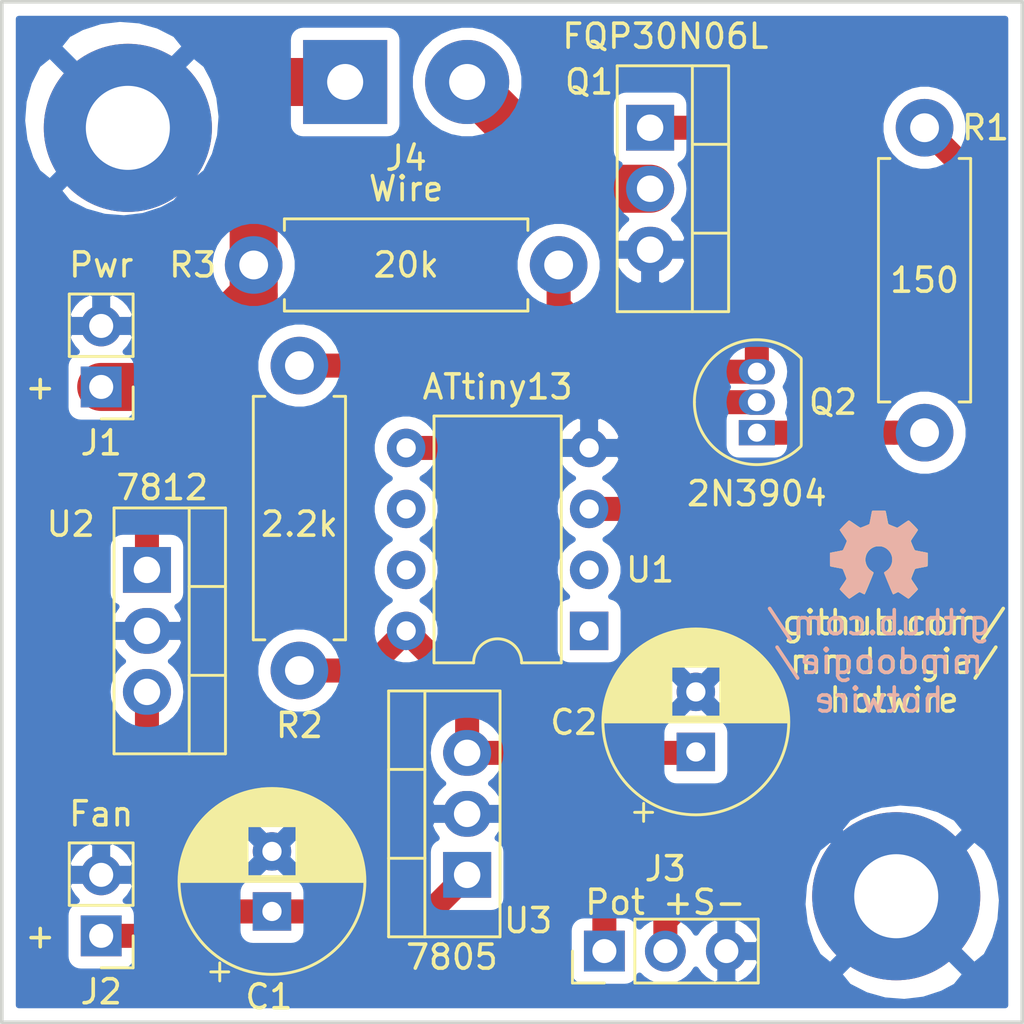
<source format=kicad_pcb>
(kicad_pcb (version 20171130) (host pcbnew "(5.1.10)-1")

  (general
    (thickness 1.6)
    (drawings 20)
    (tracks 59)
    (zones 0)
    (modules 18)
    (nets 15)
  )

  (page A4)
  (layers
    (0 F.Cu signal)
    (31 B.Cu signal)
    (32 B.Adhes user hide)
    (33 F.Adhes user hide)
    (34 B.Paste user hide)
    (35 F.Paste user hide)
    (36 B.SilkS user)
    (37 F.SilkS user)
    (38 B.Mask user hide)
    (39 F.Mask user hide)
    (40 Dwgs.User user hide)
    (41 Cmts.User user hide)
    (42 Eco1.User user hide)
    (43 Eco2.User user hide)
    (44 Edge.Cuts user)
    (45 Margin user hide)
    (46 B.CrtYd user hide)
    (47 F.CrtYd user hide)
    (48 B.Fab user hide)
    (49 F.Fab user hide)
  )

  (setup
    (last_trace_width 0.25)
    (user_trace_width 1)
    (user_trace_width 2)
    (trace_clearance 0.2)
    (zone_clearance 0.508)
    (zone_45_only no)
    (trace_min 0.2)
    (via_size 0.8)
    (via_drill 0.4)
    (via_min_size 0.4)
    (via_min_drill 0.3)
    (uvia_size 0.3)
    (uvia_drill 0.1)
    (uvias_allowed no)
    (uvia_min_size 0.2)
    (uvia_min_drill 0.1)
    (edge_width 0.15)
    (segment_width 0.2)
    (pcb_text_width 0.3)
    (pcb_text_size 1.5 1.5)
    (mod_edge_width 0.15)
    (mod_text_size 1 1)
    (mod_text_width 0.15)
    (pad_size 7 7)
    (pad_drill 3.5)
    (pad_to_mask_clearance 0.2)
    (aux_axis_origin 0 0)
    (visible_elements 7FFFFF7F)
    (pcbplotparams
      (layerselection 0x010fc_ffffffff)
      (usegerberextensions false)
      (usegerberattributes false)
      (usegerberadvancedattributes false)
      (creategerberjobfile false)
      (excludeedgelayer true)
      (linewidth 0.100000)
      (plotframeref false)
      (viasonmask false)
      (mode 1)
      (useauxorigin false)
      (hpglpennumber 1)
      (hpglpenspeed 20)
      (hpglpendiameter 15.000000)
      (psnegative false)
      (psa4output false)
      (plotreference true)
      (plotvalue true)
      (plotinvisibletext false)
      (padsonsilk false)
      (subtractmaskfromsilk false)
      (outputformat 1)
      (mirror false)
      (drillshape 1)
      (scaleselection 1)
      (outputdirectory ""))
  )

  (net 0 "")
  (net 1 "Net-(Q2-Pad2)")
  (net 2 "Net-(Q1-Pad1)")
  (net 3 "Net-(Q2-Pad1)")
  (net 4 "Net-(U1-Pad1)")
  (net 5 "Net-(R1-Pad2)")
  (net 6 "Net-(U1-Pad2)")
  (net 7 "Net-(U1-Pad6)")
  (net 8 "Net-(J3-Pad2)")
  (net 9 "Net-(U1-Pad7)")
  (net 10 GND)
  (net 11 +5V)
  (net 12 "Net-(J4-Pad2)")
  (net 13 +12V)
  (net 14 +VDC)

  (net_class Default "This is the default net class."
    (clearance 0.2)
    (trace_width 0.25)
    (via_dia 0.8)
    (via_drill 0.4)
    (uvia_dia 0.3)
    (uvia_drill 0.1)
    (add_net +12V)
    (add_net +5V)
    (add_net +VDC)
    (add_net GND)
    (add_net "Net-(J3-Pad2)")
    (add_net "Net-(J4-Pad2)")
    (add_net "Net-(Q1-Pad1)")
    (add_net "Net-(Q2-Pad1)")
    (add_net "Net-(Q2-Pad2)")
    (add_net "Net-(R1-Pad2)")
    (add_net "Net-(U1-Pad1)")
    (add_net "Net-(U1-Pad2)")
    (add_net "Net-(U1-Pad6)")
    (add_net "Net-(U1-Pad7)")
  )

  (module custom:oshw_symbol_4x4 (layer B.Cu) (tedit 614E955C) (tstamp 614EA85E)
    (at 136.525 73.025 180)
    (fp_text reference G*** (at 0 0) (layer B.SilkS) hide
      (effects (font (size 1.524 1.524) (thickness 0.3)) (justify mirror))
    )
    (fp_text value LOGO (at 0.75 0) (layer B.SilkS) hide
      (effects (font (size 1.524 1.524) (thickness 0.3)) (justify mirror))
    )
    (fp_poly (pts (xy 0.071538 1.826031) (xy 0.127209 1.825919) (xy 0.171739 1.825656) (xy 0.206424 1.82518)
      (xy 0.232558 1.82443) (xy 0.251435 1.823343) (xy 0.264351 1.821857) (xy 0.2726 1.81991)
      (xy 0.277476 1.817441) (xy 0.280275 1.814387) (xy 0.281234 1.812745) (xy 0.284056 1.803185)
      (xy 0.289026 1.781679) (xy 0.295828 1.749786) (xy 0.304144 1.709066) (xy 0.313656 1.661078)
      (xy 0.324046 1.607382) (xy 0.334997 1.549538) (xy 0.336806 1.539867) (xy 0.347839 1.481707)
      (xy 0.35844 1.427634) (xy 0.368282 1.379175) (xy 0.377041 1.337854) (xy 0.384392 1.305199)
      (xy 0.390009 1.282736) (xy 0.393569 1.271992) (xy 0.393956 1.27143) (xy 0.403061 1.265995)
      (xy 0.422935 1.256445) (xy 0.451543 1.243614) (xy 0.486848 1.228338) (xy 0.526813 1.211449)
      (xy 0.569401 1.193784) (xy 0.612577 1.176177) (xy 0.654303 1.159462) (xy 0.692542 1.144474)
      (xy 0.72526 1.132047) (xy 0.750418 1.123017) (xy 0.76598 1.118218) (xy 0.769168 1.117664)
      (xy 0.778917 1.120632) (xy 0.797245 1.130174) (xy 0.824603 1.146574) (xy 0.86144 1.170117)
      (xy 0.908205 1.201085) (xy 0.96535 1.239764) (xy 0.998541 1.262487) (xy 1.056047 1.301975)
      (xy 1.10331 1.334377) (xy 1.141414 1.360368) (xy 1.171442 1.380624) (xy 1.194476 1.39582)
      (xy 1.2116 1.40663) (xy 1.223898 1.41373) (xy 1.232452 1.417795) (xy 1.238345 1.4195)
      (xy 1.242662 1.419521) (xy 1.246484 1.418531) (xy 1.248076 1.418017) (xy 1.25685 1.411941)
      (xy 1.273568 1.397363) (xy 1.29694 1.375597) (xy 1.325676 1.347957) (xy 1.358485 1.315756)
      (xy 1.394077 1.280307) (xy 1.431162 1.242925) (xy 1.468448 1.204923) (xy 1.504647 1.167613)
      (xy 1.538466 1.132311) (xy 1.568616 1.100329) (xy 1.593806 1.072982) (xy 1.612746 1.051582)
      (xy 1.624145 1.037443) (xy 1.626972 1.032326) (xy 1.623195 1.023676) (xy 1.612434 1.005083)
      (xy 1.595543 0.977876) (xy 1.573378 0.943383) (xy 1.546795 0.902933) (xy 1.516648 0.857855)
      (xy 1.483793 0.809477) (xy 1.479378 0.80303) (xy 1.435066 0.737904) (xy 1.398535 0.683165)
      (xy 1.369863 0.638939) (xy 1.34913 0.605352) (xy 1.336416 0.58253) (xy 1.331801 0.570599)
      (xy 1.331783 0.570198) (xy 1.334492 0.558042) (xy 1.342048 0.535705) (xy 1.353601 0.505156)
      (xy 1.368296 0.468363) (xy 1.385282 0.427296) (xy 1.403705 0.383923) (xy 1.422712 0.340213)
      (xy 1.441452 0.298136) (xy 1.459071 0.25966) (xy 1.474716 0.226754) (xy 1.487536 0.201386)
      (xy 1.496676 0.185526) (xy 1.500235 0.181252) (xy 1.510054 0.177886) (xy 1.531764 0.172448)
      (xy 1.563739 0.16528) (xy 1.604354 0.156726) (xy 1.651985 0.147128) (xy 1.705006 0.13683)
      (xy 1.757668 0.126936) (xy 1.814302 0.116365) (xy 1.867125 0.106318) (xy 1.9145 0.09712)
      (xy 1.95479 0.089096) (xy 1.986359 0.082572) (xy 2.007571 0.077874) (xy 2.016554 0.075434)
      (xy 2.032 0.068943) (xy 2.032 -0.205064) (xy 2.031965 -0.273813) (xy 2.031826 -0.330101)
      (xy 2.031528 -0.375196) (xy 2.031015 -0.410367) (xy 2.030234 -0.436882) (xy 2.029129 -0.45601)
      (xy 2.027647 -0.469019) (xy 2.025733 -0.477178) (xy 2.023331 -0.481755) (xy 2.020388 -0.484018)
      (xy 2.019986 -0.484199) (xy 2.010665 -0.486609) (xy 1.989437 -0.491206) (xy 1.957897 -0.497673)
      (xy 1.917636 -0.505692) (xy 1.870249 -0.514946) (xy 1.817329 -0.525117) (xy 1.76124 -0.535744)
      (xy 1.692516 -0.548812) (xy 1.636317 -0.559828) (xy 1.59163 -0.569024) (xy 1.55744 -0.57663)
      (xy 1.532734 -0.582877) (xy 1.516499 -0.587996) (xy 1.507721 -0.592217) (xy 1.505943 -0.593872)
      (xy 1.5013 -0.60303) (xy 1.492314 -0.623265) (xy 1.479692 -0.652887) (xy 1.464144 -0.690207)
      (xy 1.446377 -0.733536) (xy 1.427101 -0.781183) (xy 1.420684 -0.797178) (xy 1.395438 -0.861023)
      (xy 1.375647 -0.912826) (xy 1.361143 -0.953071) (xy 1.351757 -0.982243) (xy 1.347319 -1.000823)
      (xy 1.347022 -1.007535) (xy 1.351533 -1.017426) (xy 1.363002 -1.037145) (xy 1.380513 -1.065271)
      (xy 1.403153 -1.100383) (xy 1.430006 -1.141061) (xy 1.460158 -1.185882) (xy 1.488513 -1.227363)
      (xy 1.520613 -1.274302) (xy 1.55008 -1.318018) (xy 1.57603 -1.357149) (xy 1.597575 -1.390333)
      (xy 1.613832 -1.416206) (xy 1.623912 -1.433405) (xy 1.626972 -1.440337) (xy 1.622254 -1.447673)
      (xy 1.608796 -1.463526) (xy 1.587648 -1.486785) (xy 1.55986 -1.516338) (xy 1.526478 -1.551074)
      (xy 1.488552 -1.58988) (xy 1.44713 -1.631647) (xy 1.435948 -1.642824) (xy 1.386249 -1.692259)
      (xy 1.345273 -1.732645) (xy 1.31216 -1.764766) (xy 1.286048 -1.789403) (xy 1.266076 -1.80734)
      (xy 1.251385 -1.819359) (xy 1.241113 -1.826243) (xy 1.234399 -1.828775) (xy 1.231718 -1.82853)
      (xy 1.223114 -1.823607) (xy 1.204605 -1.811807) (xy 1.177583 -1.794059) (xy 1.143439 -1.771288)
      (xy 1.103565 -1.744422) (xy 1.059353 -1.714389) (xy 1.020125 -1.687559) (xy 0.973409 -1.655764)
      (xy 0.929851 -1.626605) (xy 0.89084 -1.600973) (xy 0.857763 -1.579761) (xy 0.832006 -1.563859)
      (xy 0.814959 -1.55416) (xy 0.808374 -1.551459) (xy 0.797807 -1.554587) (xy 0.777729 -1.563193)
      (xy 0.750644 -1.576112) (xy 0.719056 -1.592175) (xy 0.704707 -1.599761) (xy 0.672054 -1.616663)
      (xy 0.642892 -1.630712) (xy 0.619693 -1.640793) (xy 0.604932 -1.645793) (xy 0.601758 -1.646098)
      (xy 0.598036 -1.642944) (xy 0.592189 -1.633865) (xy 0.583905 -1.618155) (xy 0.572872 -1.595105)
      (xy 0.558779 -1.564008) (xy 0.541313 -1.524154) (xy 0.520163 -1.474837) (xy 0.495016 -1.415347)
      (xy 0.465561 -1.344978) (xy 0.431485 -1.263019) (xy 0.407825 -1.205893) (xy 0.37742 -1.132203)
      (xy 0.348614 -1.062024) (xy 0.321834 -0.996418) (xy 0.297506 -0.936447) (xy 0.276056 -0.883172)
      (xy 0.257912 -0.837656) (xy 0.243498 -0.80096) (xy 0.233241 -0.774146) (xy 0.227568 -0.758276)
      (xy 0.22654 -0.754377) (xy 0.232533 -0.74183) (xy 0.248893 -0.726977) (xy 0.255716 -0.722305)
      (xy 0.275247 -0.7092) (xy 0.300947 -0.691258) (xy 0.327987 -0.671863) (xy 0.334254 -0.667283)
      (xy 0.400955 -0.610182) (xy 0.457014 -0.545263) (xy 0.502068 -0.473815) (xy 0.535752 -0.397126)
      (xy 0.5577 -0.316483) (xy 0.567547 -0.233174) (xy 0.56493 -0.148488) (xy 0.549483 -0.063712)
      (xy 0.52563 0.008357) (xy 0.504144 0.055436) (xy 0.478898 0.097851) (xy 0.447361 0.13925)
      (xy 0.407006 0.183283) (xy 0.398162 0.19222) (xy 0.337326 0.246307) (xy 0.273963 0.28854)
      (xy 0.204949 0.32078) (xy 0.154459 0.337585) (xy 0.10538 0.347803) (xy 0.048086 0.353452)
      (xy -0.01269 0.35453) (xy -0.072217 0.351038) (xy -0.125761 0.342976) (xy -0.147595 0.337585)
      (xy -0.22847 0.307434) (xy -0.303156 0.265951) (xy -0.370538 0.214324) (xy -0.429504 0.153744)
      (xy -0.47894 0.085401) (xy -0.517731 0.010486) (xy -0.544764 -0.069813) (xy -0.549897 -0.092234)
      (xy -0.560908 -0.178494) (xy -0.558725 -0.264061) (xy -0.543865 -0.347592) (xy -0.516849 -0.427747)
      (xy -0.478196 -0.503182) (xy -0.428425 -0.572556) (xy -0.368054 -0.634527) (xy -0.32739 -0.667283)
      (xy -0.300757 -0.686519) (xy -0.274284 -0.705129) (xy -0.252798 -0.71973) (xy -0.248852 -0.722305)
      (xy -0.229762 -0.737331) (xy -0.220283 -0.750882) (xy -0.219676 -0.754377) (xy -0.222244 -0.762812)
      (xy -0.229665 -0.782859) (xy -0.241511 -0.813457) (xy -0.257357 -0.853544) (xy -0.276776 -0.902058)
      (xy -0.299341 -0.957937) (xy -0.324627 -1.02012) (xy -0.352208 -1.087544) (xy -0.381656 -1.159147)
      (xy -0.400962 -1.205893) (xy -0.438068 -1.295415) (xy -0.47036 -1.372908) (xy -0.49815 -1.439081)
      (xy -0.521749 -1.494641) (xy -0.54147 -1.540297) (xy -0.557623 -1.576757) (xy -0.570523 -1.604728)
      (xy -0.580479 -1.62492) (xy -0.587805 -1.638039) (xy -0.592812 -1.644795) (xy -0.594894 -1.646098)
      (xy -0.605181 -1.643673) (xy -0.624989 -1.63568) (xy -0.651844 -1.623232) (xy -0.683273 -1.607442)
      (xy -0.697844 -1.599761) (xy -0.730598 -1.582703) (xy -0.759927 -1.56829) (xy -0.783326 -1.557686)
      (xy -0.798291 -1.552058) (xy -0.80151 -1.551459) (xy -0.810134 -1.555234) (xy -0.828638 -1.565963)
      (xy -0.855632 -1.582756) (xy -0.889731 -1.60472) (xy -0.929546 -1.630963) (xy -0.97369 -1.660594)
      (xy -1.013262 -1.687559) (xy -1.06003 -1.719527) (xy -1.103621 -1.749101) (xy -1.142645 -1.775355)
      (xy -1.175709 -1.79736) (xy -1.201421 -1.814191) (xy -1.21839 -1.824919) (xy -1.224854 -1.82853)
      (xy -1.229845 -1.828236) (xy -1.237876 -1.82406) (xy -1.24981 -1.815219) (xy -1.266507 -1.80093)
      (xy -1.288827 -1.780411) (xy -1.317632 -1.752879) (xy -1.353782 -1.717552) (xy -1.398138 -1.673646)
      (xy -1.429084 -1.642824) (xy -1.47124 -1.600471) (xy -1.510173 -1.560791) (xy -1.544834 -1.524893)
      (xy -1.574174 -1.493889) (xy -1.597145 -1.468891) (xy -1.612697 -1.451011) (xy -1.619783 -1.44136)
      (xy -1.620109 -1.440337) (xy -1.616328 -1.432086) (xy -1.605576 -1.413939) (xy -1.588739 -1.387257)
      (xy -1.566703 -1.353404) (xy -1.540354 -1.313742) (xy -1.510577 -1.269634) (xy -1.48165 -1.227363)
      (xy -1.449362 -1.180081) (xy -1.419574 -1.135701) (xy -1.393199 -1.095644) (xy -1.371152 -1.06133)
      (xy -1.354349 -1.034181) (xy -1.343703 -1.015617) (xy -1.340158 -1.007535) (xy -1.341411 -0.995704)
      (xy -1.347501 -0.973602) (xy -1.358596 -0.940745) (xy -1.374866 -0.896651) (xy -1.39648 -0.840836)
      (xy -1.413821 -0.797178) (xy -1.433432 -0.748499) (xy -1.451763 -0.703594) (xy -1.468103 -0.664154)
      (xy -1.481746 -0.631866) (xy -1.491981 -0.608422) (xy -1.498101 -0.59551) (xy -1.49908 -0.593872)
      (xy -1.504858 -0.589976) (xy -1.517641 -0.585286) (xy -1.538443 -0.579571) (xy -1.568276 -0.5726)
      (xy -1.608155 -0.564142) (xy -1.659093 -0.553966) (xy -1.722103 -0.541842) (xy -1.754376 -0.535744)
      (xy -1.811195 -0.524978) (xy -1.864052 -0.514817) (xy -1.911356 -0.505577) (xy -1.951511 -0.497577)
      (xy -1.982925 -0.491133) (xy -2.004006 -0.486562) (xy -2.013122 -0.484199) (xy -2.016136 -0.482132)
      (xy -2.018601 -0.477907) (xy -2.020573 -0.470257) (xy -2.022105 -0.457912) (xy -2.023253 -0.439604)
      (xy -2.024071 -0.414065) (xy -2.024613 -0.380026) (xy -2.024935 -0.336219) (xy -2.025091 -0.281375)
      (xy -2.025135 -0.214225) (xy -2.025136 -0.205064) (xy -2.025136 0.068943) (xy -2.00969 0.075434)
      (xy -1.999528 0.078152) (xy -1.977494 0.082996) (xy -1.945224 0.089643) (xy -1.904354 0.097765)
      (xy -1.85652 0.107037) (xy -1.803359 0.117134) (xy -1.750804 0.126936) (xy -1.694232 0.137578)
      (xy -1.64154 0.147837) (xy -1.594354 0.157372) (xy -1.554299 0.165839) (xy -1.523 0.172895)
      (xy -1.502081 0.178198) (xy -1.493371 0.181252) (xy -1.487073 0.189894) (xy -1.476542 0.209319)
      (xy -1.462632 0.237561) (xy -1.446196 0.272649) (xy -1.428086 0.312615) (xy -1.409155 0.355491)
      (xy -1.390255 0.399306) (xy -1.37224 0.442093) (xy -1.355963 0.481882) (xy -1.342275 0.516705)
      (xy -1.33203 0.544593) (xy -1.32608 0.563576) (xy -1.324919 0.570198) (xy -1.328998 0.581407)
      (xy -1.34118 0.603515) (xy -1.361387 0.636396) (xy -1.389538 0.679924) (xy -1.425554 0.733974)
      (xy -1.469355 0.79842) (xy -1.472514 0.80303) (xy -1.505658 0.851739) (xy -1.536204 0.89732)
      (xy -1.563298 0.938445) (xy -1.586084 0.973785) (xy -1.603707 1.002012) (xy -1.615312 1.021797)
      (xy -1.620043 1.031812) (xy -1.620109 1.032326) (xy -1.61541 1.039963) (xy -1.602176 1.055875)
      (xy -1.581695 1.078749) (xy -1.555259 1.10727) (xy -1.524157 1.140126) (xy -1.489681 1.176002)
      (xy -1.453121 1.213585) (xy -1.415767 1.251562) (xy -1.378909 1.288619) (xy -1.343839 1.323441)
      (xy -1.311846 1.354717) (xy -1.284221 1.381132) (xy -1.262254 1.401372) (xy -1.247236 1.414124)
      (xy -1.241212 1.418017) (xy -1.23719 1.419204) (xy -1.233018 1.419582) (xy -1.227614 1.418476)
      (xy -1.219893 1.415209) (xy -1.208772 1.409109) (xy -1.193168 1.399498) (xy -1.171998 1.385703)
      (xy -1.144177 1.367049) (xy -1.108624 1.34286) (xy -1.064254 1.312462) (xy -1.009984 1.27518)
      (xy -0.990926 1.262082) (xy -0.928387 1.219379) (xy -0.876458 1.184542) (xy -0.834696 1.157294)
      (xy -0.80266 1.137354) (xy -0.779908 1.124444) (xy -0.765997 1.118283) (xy -0.76231 1.117642)
      (xy -0.751366 1.120408) (xy -0.729963 1.127758) (xy -0.700141 1.138857) (xy -0.663939 1.15287)
      (xy -0.623398 1.16896) (xy -0.580558 1.186294) (xy -0.537458 1.204034) (xy -0.496137 1.221346)
      (xy -0.458637 1.237395) (xy -0.426996 1.251345) (xy -0.403255 1.262361) (xy -0.389454 1.269607)
      (xy -0.387153 1.271283) (xy -0.383936 1.279859) (xy -0.378614 1.300419) (xy -0.371513 1.331436)
      (xy -0.362958 1.371381) (xy -0.353275 1.418728) (xy -0.34279 1.471946) (xy -0.331829 1.529509)
      (xy -0.329917 1.539752) (xy -0.318932 1.598117) (xy -0.308452 1.652592) (xy -0.298794 1.701615)
      (xy -0.290275 1.743625) (xy -0.283213 1.77706) (xy -0.277925 1.80036) (xy -0.274728 1.811963)
      (xy -0.274432 1.81263) (xy -0.272167 1.816007) (xy -0.268478 1.818764) (xy -0.26207 1.820965)
      (xy -0.251646 1.822673) (xy -0.235912 1.823949) (xy -0.213572 1.824856) (xy -0.183331 1.825457)
      (xy -0.143895 1.825815) (xy -0.093966 1.825992) (xy -0.032251 1.82605) (xy 0.003432 1.826054)
      (xy 0.071538 1.826031)) (layer B.SilkS) (width 0.01))
  )

  (module custom:oshw_symbol_4x4 (layer F.Cu) (tedit 614E955C) (tstamp 614F079A)
    (at 136.525 73.025)
    (fp_text reference G*** (at 0 0) (layer F.SilkS) hide
      (effects (font (size 1.524 1.524) (thickness 0.3)))
    )
    (fp_text value LOGO (at 0.75 0) (layer F.SilkS) hide
      (effects (font (size 1.524 1.524) (thickness 0.3)))
    )
    (fp_poly (pts (xy 0.071538 -1.826031) (xy 0.127209 -1.825919) (xy 0.171739 -1.825656) (xy 0.206424 -1.82518)
      (xy 0.232558 -1.82443) (xy 0.251435 -1.823343) (xy 0.264351 -1.821857) (xy 0.2726 -1.81991)
      (xy 0.277476 -1.817441) (xy 0.280275 -1.814387) (xy 0.281234 -1.812745) (xy 0.284056 -1.803185)
      (xy 0.289026 -1.781679) (xy 0.295828 -1.749786) (xy 0.304144 -1.709066) (xy 0.313656 -1.661078)
      (xy 0.324046 -1.607382) (xy 0.334997 -1.549538) (xy 0.336806 -1.539867) (xy 0.347839 -1.481707)
      (xy 0.35844 -1.427634) (xy 0.368282 -1.379175) (xy 0.377041 -1.337854) (xy 0.384392 -1.305199)
      (xy 0.390009 -1.282736) (xy 0.393569 -1.271992) (xy 0.393956 -1.27143) (xy 0.403061 -1.265995)
      (xy 0.422935 -1.256445) (xy 0.451543 -1.243614) (xy 0.486848 -1.228338) (xy 0.526813 -1.211449)
      (xy 0.569401 -1.193784) (xy 0.612577 -1.176177) (xy 0.654303 -1.159462) (xy 0.692542 -1.144474)
      (xy 0.72526 -1.132047) (xy 0.750418 -1.123017) (xy 0.76598 -1.118218) (xy 0.769168 -1.117664)
      (xy 0.778917 -1.120632) (xy 0.797245 -1.130174) (xy 0.824603 -1.146574) (xy 0.86144 -1.170117)
      (xy 0.908205 -1.201085) (xy 0.96535 -1.239764) (xy 0.998541 -1.262487) (xy 1.056047 -1.301975)
      (xy 1.10331 -1.334377) (xy 1.141414 -1.360368) (xy 1.171442 -1.380624) (xy 1.194476 -1.39582)
      (xy 1.2116 -1.40663) (xy 1.223898 -1.41373) (xy 1.232452 -1.417795) (xy 1.238345 -1.4195)
      (xy 1.242662 -1.419521) (xy 1.246484 -1.418531) (xy 1.248076 -1.418017) (xy 1.25685 -1.411941)
      (xy 1.273568 -1.397363) (xy 1.29694 -1.375597) (xy 1.325676 -1.347957) (xy 1.358485 -1.315756)
      (xy 1.394077 -1.280307) (xy 1.431162 -1.242925) (xy 1.468448 -1.204923) (xy 1.504647 -1.167613)
      (xy 1.538466 -1.132311) (xy 1.568616 -1.100329) (xy 1.593806 -1.072982) (xy 1.612746 -1.051582)
      (xy 1.624145 -1.037443) (xy 1.626972 -1.032326) (xy 1.623195 -1.023676) (xy 1.612434 -1.005083)
      (xy 1.595543 -0.977876) (xy 1.573378 -0.943383) (xy 1.546795 -0.902933) (xy 1.516648 -0.857855)
      (xy 1.483793 -0.809477) (xy 1.479378 -0.80303) (xy 1.435066 -0.737904) (xy 1.398535 -0.683165)
      (xy 1.369863 -0.638939) (xy 1.34913 -0.605352) (xy 1.336416 -0.58253) (xy 1.331801 -0.570599)
      (xy 1.331783 -0.570198) (xy 1.334492 -0.558042) (xy 1.342048 -0.535705) (xy 1.353601 -0.505156)
      (xy 1.368296 -0.468363) (xy 1.385282 -0.427296) (xy 1.403705 -0.383923) (xy 1.422712 -0.340213)
      (xy 1.441452 -0.298136) (xy 1.459071 -0.25966) (xy 1.474716 -0.226754) (xy 1.487536 -0.201386)
      (xy 1.496676 -0.185526) (xy 1.500235 -0.181252) (xy 1.510054 -0.177886) (xy 1.531764 -0.172448)
      (xy 1.563739 -0.16528) (xy 1.604354 -0.156726) (xy 1.651985 -0.147128) (xy 1.705006 -0.13683)
      (xy 1.757668 -0.126936) (xy 1.814302 -0.116365) (xy 1.867125 -0.106318) (xy 1.9145 -0.09712)
      (xy 1.95479 -0.089096) (xy 1.986359 -0.082572) (xy 2.007571 -0.077874) (xy 2.016554 -0.075434)
      (xy 2.032 -0.068943) (xy 2.032 0.205064) (xy 2.031965 0.273813) (xy 2.031826 0.330101)
      (xy 2.031528 0.375196) (xy 2.031015 0.410367) (xy 2.030234 0.436882) (xy 2.029129 0.45601)
      (xy 2.027647 0.469019) (xy 2.025733 0.477178) (xy 2.023331 0.481755) (xy 2.020388 0.484018)
      (xy 2.019986 0.484199) (xy 2.010665 0.486609) (xy 1.989437 0.491206) (xy 1.957897 0.497673)
      (xy 1.917636 0.505692) (xy 1.870249 0.514946) (xy 1.817329 0.525117) (xy 1.76124 0.535744)
      (xy 1.692516 0.548812) (xy 1.636317 0.559828) (xy 1.59163 0.569024) (xy 1.55744 0.57663)
      (xy 1.532734 0.582877) (xy 1.516499 0.587996) (xy 1.507721 0.592217) (xy 1.505943 0.593872)
      (xy 1.5013 0.60303) (xy 1.492314 0.623265) (xy 1.479692 0.652887) (xy 1.464144 0.690207)
      (xy 1.446377 0.733536) (xy 1.427101 0.781183) (xy 1.420684 0.797178) (xy 1.395438 0.861023)
      (xy 1.375647 0.912826) (xy 1.361143 0.953071) (xy 1.351757 0.982243) (xy 1.347319 1.000823)
      (xy 1.347022 1.007535) (xy 1.351533 1.017426) (xy 1.363002 1.037145) (xy 1.380513 1.065271)
      (xy 1.403153 1.100383) (xy 1.430006 1.141061) (xy 1.460158 1.185882) (xy 1.488513 1.227363)
      (xy 1.520613 1.274302) (xy 1.55008 1.318018) (xy 1.57603 1.357149) (xy 1.597575 1.390333)
      (xy 1.613832 1.416206) (xy 1.623912 1.433405) (xy 1.626972 1.440337) (xy 1.622254 1.447673)
      (xy 1.608796 1.463526) (xy 1.587648 1.486785) (xy 1.55986 1.516338) (xy 1.526478 1.551074)
      (xy 1.488552 1.58988) (xy 1.44713 1.631647) (xy 1.435948 1.642824) (xy 1.386249 1.692259)
      (xy 1.345273 1.732645) (xy 1.31216 1.764766) (xy 1.286048 1.789403) (xy 1.266076 1.80734)
      (xy 1.251385 1.819359) (xy 1.241113 1.826243) (xy 1.234399 1.828775) (xy 1.231718 1.82853)
      (xy 1.223114 1.823607) (xy 1.204605 1.811807) (xy 1.177583 1.794059) (xy 1.143439 1.771288)
      (xy 1.103565 1.744422) (xy 1.059353 1.714389) (xy 1.020125 1.687559) (xy 0.973409 1.655764)
      (xy 0.929851 1.626605) (xy 0.89084 1.600973) (xy 0.857763 1.579761) (xy 0.832006 1.563859)
      (xy 0.814959 1.55416) (xy 0.808374 1.551459) (xy 0.797807 1.554587) (xy 0.777729 1.563193)
      (xy 0.750644 1.576112) (xy 0.719056 1.592175) (xy 0.704707 1.599761) (xy 0.672054 1.616663)
      (xy 0.642892 1.630712) (xy 0.619693 1.640793) (xy 0.604932 1.645793) (xy 0.601758 1.646098)
      (xy 0.598036 1.642944) (xy 0.592189 1.633865) (xy 0.583905 1.618155) (xy 0.572872 1.595105)
      (xy 0.558779 1.564008) (xy 0.541313 1.524154) (xy 0.520163 1.474837) (xy 0.495016 1.415347)
      (xy 0.465561 1.344978) (xy 0.431485 1.263019) (xy 0.407825 1.205893) (xy 0.37742 1.132203)
      (xy 0.348614 1.062024) (xy 0.321834 0.996418) (xy 0.297506 0.936447) (xy 0.276056 0.883172)
      (xy 0.257912 0.837656) (xy 0.243498 0.80096) (xy 0.233241 0.774146) (xy 0.227568 0.758276)
      (xy 0.22654 0.754377) (xy 0.232533 0.74183) (xy 0.248893 0.726977) (xy 0.255716 0.722305)
      (xy 0.275247 0.7092) (xy 0.300947 0.691258) (xy 0.327987 0.671863) (xy 0.334254 0.667283)
      (xy 0.400955 0.610182) (xy 0.457014 0.545263) (xy 0.502068 0.473815) (xy 0.535752 0.397126)
      (xy 0.5577 0.316483) (xy 0.567547 0.233174) (xy 0.56493 0.148488) (xy 0.549483 0.063712)
      (xy 0.52563 -0.008357) (xy 0.504144 -0.055436) (xy 0.478898 -0.097851) (xy 0.447361 -0.13925)
      (xy 0.407006 -0.183283) (xy 0.398162 -0.19222) (xy 0.337326 -0.246307) (xy 0.273963 -0.28854)
      (xy 0.204949 -0.32078) (xy 0.154459 -0.337585) (xy 0.10538 -0.347803) (xy 0.048086 -0.353452)
      (xy -0.01269 -0.35453) (xy -0.072217 -0.351038) (xy -0.125761 -0.342976) (xy -0.147595 -0.337585)
      (xy -0.22847 -0.307434) (xy -0.303156 -0.265951) (xy -0.370538 -0.214324) (xy -0.429504 -0.153744)
      (xy -0.47894 -0.085401) (xy -0.517731 -0.010486) (xy -0.544764 0.069813) (xy -0.549897 0.092234)
      (xy -0.560908 0.178494) (xy -0.558725 0.264061) (xy -0.543865 0.347592) (xy -0.516849 0.427747)
      (xy -0.478196 0.503182) (xy -0.428425 0.572556) (xy -0.368054 0.634527) (xy -0.32739 0.667283)
      (xy -0.300757 0.686519) (xy -0.274284 0.705129) (xy -0.252798 0.71973) (xy -0.248852 0.722305)
      (xy -0.229762 0.737331) (xy -0.220283 0.750882) (xy -0.219676 0.754377) (xy -0.222244 0.762812)
      (xy -0.229665 0.782859) (xy -0.241511 0.813457) (xy -0.257357 0.853544) (xy -0.276776 0.902058)
      (xy -0.299341 0.957937) (xy -0.324627 1.02012) (xy -0.352208 1.087544) (xy -0.381656 1.159147)
      (xy -0.400962 1.205893) (xy -0.438068 1.295415) (xy -0.47036 1.372908) (xy -0.49815 1.439081)
      (xy -0.521749 1.494641) (xy -0.54147 1.540297) (xy -0.557623 1.576757) (xy -0.570523 1.604728)
      (xy -0.580479 1.62492) (xy -0.587805 1.638039) (xy -0.592812 1.644795) (xy -0.594894 1.646098)
      (xy -0.605181 1.643673) (xy -0.624989 1.63568) (xy -0.651844 1.623232) (xy -0.683273 1.607442)
      (xy -0.697844 1.599761) (xy -0.730598 1.582703) (xy -0.759927 1.56829) (xy -0.783326 1.557686)
      (xy -0.798291 1.552058) (xy -0.80151 1.551459) (xy -0.810134 1.555234) (xy -0.828638 1.565963)
      (xy -0.855632 1.582756) (xy -0.889731 1.60472) (xy -0.929546 1.630963) (xy -0.97369 1.660594)
      (xy -1.013262 1.687559) (xy -1.06003 1.719527) (xy -1.103621 1.749101) (xy -1.142645 1.775355)
      (xy -1.175709 1.79736) (xy -1.201421 1.814191) (xy -1.21839 1.824919) (xy -1.224854 1.82853)
      (xy -1.229845 1.828236) (xy -1.237876 1.82406) (xy -1.24981 1.815219) (xy -1.266507 1.80093)
      (xy -1.288827 1.780411) (xy -1.317632 1.752879) (xy -1.353782 1.717552) (xy -1.398138 1.673646)
      (xy -1.429084 1.642824) (xy -1.47124 1.600471) (xy -1.510173 1.560791) (xy -1.544834 1.524893)
      (xy -1.574174 1.493889) (xy -1.597145 1.468891) (xy -1.612697 1.451011) (xy -1.619783 1.44136)
      (xy -1.620109 1.440337) (xy -1.616328 1.432086) (xy -1.605576 1.413939) (xy -1.588739 1.387257)
      (xy -1.566703 1.353404) (xy -1.540354 1.313742) (xy -1.510577 1.269634) (xy -1.48165 1.227363)
      (xy -1.449362 1.180081) (xy -1.419574 1.135701) (xy -1.393199 1.095644) (xy -1.371152 1.06133)
      (xy -1.354349 1.034181) (xy -1.343703 1.015617) (xy -1.340158 1.007535) (xy -1.341411 0.995704)
      (xy -1.347501 0.973602) (xy -1.358596 0.940745) (xy -1.374866 0.896651) (xy -1.39648 0.840836)
      (xy -1.413821 0.797178) (xy -1.433432 0.748499) (xy -1.451763 0.703594) (xy -1.468103 0.664154)
      (xy -1.481746 0.631866) (xy -1.491981 0.608422) (xy -1.498101 0.59551) (xy -1.49908 0.593872)
      (xy -1.504858 0.589976) (xy -1.517641 0.585286) (xy -1.538443 0.579571) (xy -1.568276 0.5726)
      (xy -1.608155 0.564142) (xy -1.659093 0.553966) (xy -1.722103 0.541842) (xy -1.754376 0.535744)
      (xy -1.811195 0.524978) (xy -1.864052 0.514817) (xy -1.911356 0.505577) (xy -1.951511 0.497577)
      (xy -1.982925 0.491133) (xy -2.004006 0.486562) (xy -2.013122 0.484199) (xy -2.016136 0.482132)
      (xy -2.018601 0.477907) (xy -2.020573 0.470257) (xy -2.022105 0.457912) (xy -2.023253 0.439604)
      (xy -2.024071 0.414065) (xy -2.024613 0.380026) (xy -2.024935 0.336219) (xy -2.025091 0.281375)
      (xy -2.025135 0.214225) (xy -2.025136 0.205064) (xy -2.025136 -0.068943) (xy -2.00969 -0.075434)
      (xy -1.999528 -0.078152) (xy -1.977494 -0.082996) (xy -1.945224 -0.089643) (xy -1.904354 -0.097765)
      (xy -1.85652 -0.107037) (xy -1.803359 -0.117134) (xy -1.750804 -0.126936) (xy -1.694232 -0.137578)
      (xy -1.64154 -0.147837) (xy -1.594354 -0.157372) (xy -1.554299 -0.165839) (xy -1.523 -0.172895)
      (xy -1.502081 -0.178198) (xy -1.493371 -0.181252) (xy -1.487073 -0.189894) (xy -1.476542 -0.209319)
      (xy -1.462632 -0.237561) (xy -1.446196 -0.272649) (xy -1.428086 -0.312615) (xy -1.409155 -0.355491)
      (xy -1.390255 -0.399306) (xy -1.37224 -0.442093) (xy -1.355963 -0.481882) (xy -1.342275 -0.516705)
      (xy -1.33203 -0.544593) (xy -1.32608 -0.563576) (xy -1.324919 -0.570198) (xy -1.328998 -0.581407)
      (xy -1.34118 -0.603515) (xy -1.361387 -0.636396) (xy -1.389538 -0.679924) (xy -1.425554 -0.733974)
      (xy -1.469355 -0.79842) (xy -1.472514 -0.80303) (xy -1.505658 -0.851739) (xy -1.536204 -0.89732)
      (xy -1.563298 -0.938445) (xy -1.586084 -0.973785) (xy -1.603707 -1.002012) (xy -1.615312 -1.021797)
      (xy -1.620043 -1.031812) (xy -1.620109 -1.032326) (xy -1.61541 -1.039963) (xy -1.602176 -1.055875)
      (xy -1.581695 -1.078749) (xy -1.555259 -1.10727) (xy -1.524157 -1.140126) (xy -1.489681 -1.176002)
      (xy -1.453121 -1.213585) (xy -1.415767 -1.251562) (xy -1.378909 -1.288619) (xy -1.343839 -1.323441)
      (xy -1.311846 -1.354717) (xy -1.284221 -1.381132) (xy -1.262254 -1.401372) (xy -1.247236 -1.414124)
      (xy -1.241212 -1.418017) (xy -1.23719 -1.419204) (xy -1.233018 -1.419582) (xy -1.227614 -1.418476)
      (xy -1.219893 -1.415209) (xy -1.208772 -1.409109) (xy -1.193168 -1.399498) (xy -1.171998 -1.385703)
      (xy -1.144177 -1.367049) (xy -1.108624 -1.34286) (xy -1.064254 -1.312462) (xy -1.009984 -1.27518)
      (xy -0.990926 -1.262082) (xy -0.928387 -1.219379) (xy -0.876458 -1.184542) (xy -0.834696 -1.157294)
      (xy -0.80266 -1.137354) (xy -0.779908 -1.124444) (xy -0.765997 -1.118283) (xy -0.76231 -1.117642)
      (xy -0.751366 -1.120408) (xy -0.729963 -1.127758) (xy -0.700141 -1.138857) (xy -0.663939 -1.15287)
      (xy -0.623398 -1.16896) (xy -0.580558 -1.186294) (xy -0.537458 -1.204034) (xy -0.496137 -1.221346)
      (xy -0.458637 -1.237395) (xy -0.426996 -1.251345) (xy -0.403255 -1.262361) (xy -0.389454 -1.269607)
      (xy -0.387153 -1.271283) (xy -0.383936 -1.279859) (xy -0.378614 -1.300419) (xy -0.371513 -1.331436)
      (xy -0.362958 -1.371381) (xy -0.353275 -1.418728) (xy -0.34279 -1.471946) (xy -0.331829 -1.529509)
      (xy -0.329917 -1.539752) (xy -0.318932 -1.598117) (xy -0.308452 -1.652592) (xy -0.298794 -1.701615)
      (xy -0.290275 -1.743625) (xy -0.283213 -1.77706) (xy -0.277925 -1.80036) (xy -0.274728 -1.811963)
      (xy -0.274432 -1.81263) (xy -0.272167 -1.816007) (xy -0.268478 -1.818764) (xy -0.26207 -1.820965)
      (xy -0.251646 -1.822673) (xy -0.235912 -1.823949) (xy -0.213572 -1.824856) (xy -0.183331 -1.825457)
      (xy -0.143895 -1.825815) (xy -0.093966 -1.825992) (xy -0.032251 -1.82605) (xy 0.003432 -1.826054)
      (xy 0.071538 -1.826031)) (layer F.SilkS) (width 0.01))
  )

  (module MountingHole:MountingHole_3.5mm_Pad (layer F.Cu) (tedit 614E5263) (tstamp 614EA1C4)
    (at 105.25 55.25)
    (descr "Mounting Hole 3.5mm")
    (tags "mounting hole 3.5mm")
    (path /614E97A6)
    (attr virtual)
    (fp_text reference MH1 (at 0 -4.5) (layer F.SilkS) hide
      (effects (font (size 1 1) (thickness 0.15)))
    )
    (fp_text value Fan (at 0 4.5) (layer F.Fab) hide
      (effects (font (size 1 1) (thickness 0.15)))
    )
    (fp_circle (center 0 0) (end 3.75 0) (layer F.CrtYd) (width 0.05))
    (fp_circle (center 0 0) (end 3.5 0) (layer Cmts.User) (width 0.15))
    (fp_text user %R (at 0.3 0) (layer F.Fab)
      (effects (font (size 1 1) (thickness 0.15)))
    )
    (pad 1 thru_hole circle (at 0 0) (size 7 7) (drill 3.5) (layers *.Cu *.Mask)
      (net 10 GND))
  )

  (module Package_DIP:DIP-8_W7.62mm (layer F.Cu) (tedit 5A02E8C5) (tstamp 615B8D3D)
    (at 124.46 76.2 180)
    (descr "8-lead though-hole mounted DIP package, row spacing 7.62 mm (300 mils)")
    (tags "THT DIP DIL PDIP 2.54mm 7.62mm 300mil")
    (path /614E374F)
    (fp_text reference U1 (at -2.54 2.54 180) (layer F.SilkS)
      (effects (font (size 1 1) (thickness 0.15)))
    )
    (fp_text value ATtiny13-20PU (at 3.81 9.95 180) (layer F.Fab)
      (effects (font (size 1 1) (thickness 0.15)))
    )
    (fp_line (start 1.635 -1.27) (end 6.985 -1.27) (layer F.Fab) (width 0.1))
    (fp_line (start 6.985 -1.27) (end 6.985 8.89) (layer F.Fab) (width 0.1))
    (fp_line (start 6.985 8.89) (end 0.635 8.89) (layer F.Fab) (width 0.1))
    (fp_line (start 0.635 8.89) (end 0.635 -0.27) (layer F.Fab) (width 0.1))
    (fp_line (start 0.635 -0.27) (end 1.635 -1.27) (layer F.Fab) (width 0.1))
    (fp_line (start 2.81 -1.33) (end 1.16 -1.33) (layer F.SilkS) (width 0.12))
    (fp_line (start 1.16 -1.33) (end 1.16 8.95) (layer F.SilkS) (width 0.12))
    (fp_line (start 1.16 8.95) (end 6.46 8.95) (layer F.SilkS) (width 0.12))
    (fp_line (start 6.46 8.95) (end 6.46 -1.33) (layer F.SilkS) (width 0.12))
    (fp_line (start 6.46 -1.33) (end 4.81 -1.33) (layer F.SilkS) (width 0.12))
    (fp_line (start -1.1 -1.55) (end -1.1 9.15) (layer F.CrtYd) (width 0.05))
    (fp_line (start -1.1 9.15) (end 8.7 9.15) (layer F.CrtYd) (width 0.05))
    (fp_line (start 8.7 9.15) (end 8.7 -1.55) (layer F.CrtYd) (width 0.05))
    (fp_line (start 8.7 -1.55) (end -1.1 -1.55) (layer F.CrtYd) (width 0.05))
    (fp_arc (start 3.81 -1.33) (end 2.81 -1.33) (angle -180) (layer F.SilkS) (width 0.12))
    (fp_text user %R (at 3.81 3.81 180) (layer F.Fab)
      (effects (font (size 1 1) (thickness 0.15)))
    )
    (pad 1 thru_hole rect (at 0 0 180) (size 1.6 1.6) (drill 0.8) (layers *.Cu *.Mask)
      (net 4 "Net-(U1-Pad1)"))
    (pad 5 thru_hole oval (at 7.62 7.62 180) (size 1.6 1.6) (drill 0.8) (layers *.Cu *.Mask)
      (net 5 "Net-(R1-Pad2)"))
    (pad 2 thru_hole oval (at 0 2.54 180) (size 1.6 1.6) (drill 0.8) (layers *.Cu *.Mask)
      (net 6 "Net-(U1-Pad2)"))
    (pad 6 thru_hole oval (at 7.62 5.08 180) (size 1.6 1.6) (drill 0.8) (layers *.Cu *.Mask)
      (net 7 "Net-(U1-Pad6)"))
    (pad 3 thru_hole oval (at 0 5.08 180) (size 1.6 1.6) (drill 0.8) (layers *.Cu *.Mask)
      (net 8 "Net-(J3-Pad2)"))
    (pad 7 thru_hole oval (at 7.62 2.54 180) (size 1.6 1.6) (drill 0.8) (layers *.Cu *.Mask)
      (net 9 "Net-(U1-Pad7)"))
    (pad 4 thru_hole oval (at 0 7.62 180) (size 1.6 1.6) (drill 0.8) (layers *.Cu *.Mask)
      (net 10 GND))
    (pad 8 thru_hole oval (at 7.62 0 180) (size 1.6 1.6) (drill 0.8) (layers *.Cu *.Mask)
      (net 11 +5V))
    (model ${KISYS3DMOD}/Package_DIP.3dshapes/DIP-8_W7.62mm.wrl
      (at (xyz 0 0 0))
      (scale (xyz 1 1 1))
      (rotate (xyz 0 0 0))
    )
  )

  (module Capacitor_THT:CP_Radial_D7.5mm_P2.50mm (layer F.Cu) (tedit 5AE50EF0) (tstamp 614EA202)
    (at 128.905 81.24 90)
    (descr "CP, Radial series, Radial, pin pitch=2.50mm, , diameter=7.5mm, Electrolytic Capacitor")
    (tags "CP Radial series Radial pin pitch 2.50mm  diameter 7.5mm Electrolytic Capacitor")
    (path /614E79C1)
    (fp_text reference C2 (at 1.23 -5.08 180) (layer F.SilkS)
      (effects (font (size 1 1) (thickness 0.15)))
    )
    (fp_text value 100u (at 1.25 5 90) (layer F.Fab)
      (effects (font (size 1 1) (thickness 0.15)))
    )
    (fp_line (start -2.517211 -2.55) (end -2.517211 -1.8) (layer F.SilkS) (width 0.12))
    (fp_line (start -2.892211 -2.175) (end -2.142211 -2.175) (layer F.SilkS) (width 0.12))
    (fp_line (start 5.091 -0.441) (end 5.091 0.441) (layer F.SilkS) (width 0.12))
    (fp_line (start 5.051 -0.693) (end 5.051 0.693) (layer F.SilkS) (width 0.12))
    (fp_line (start 5.011 -0.877) (end 5.011 0.877) (layer F.SilkS) (width 0.12))
    (fp_line (start 4.971 -1.028) (end 4.971 1.028) (layer F.SilkS) (width 0.12))
    (fp_line (start 4.931 -1.158) (end 4.931 1.158) (layer F.SilkS) (width 0.12))
    (fp_line (start 4.891 -1.275) (end 4.891 1.275) (layer F.SilkS) (width 0.12))
    (fp_line (start 4.851 -1.381) (end 4.851 1.381) (layer F.SilkS) (width 0.12))
    (fp_line (start 4.811 -1.478) (end 4.811 1.478) (layer F.SilkS) (width 0.12))
    (fp_line (start 4.771 -1.569) (end 4.771 1.569) (layer F.SilkS) (width 0.12))
    (fp_line (start 4.731 -1.654) (end 4.731 1.654) (layer F.SilkS) (width 0.12))
    (fp_line (start 4.691 -1.733) (end 4.691 1.733) (layer F.SilkS) (width 0.12))
    (fp_line (start 4.651 -1.809) (end 4.651 1.809) (layer F.SilkS) (width 0.12))
    (fp_line (start 4.611 -1.881) (end 4.611 1.881) (layer F.SilkS) (width 0.12))
    (fp_line (start 4.571 -1.949) (end 4.571 1.949) (layer F.SilkS) (width 0.12))
    (fp_line (start 4.531 -2.014) (end 4.531 2.014) (layer F.SilkS) (width 0.12))
    (fp_line (start 4.491 -2.077) (end 4.491 2.077) (layer F.SilkS) (width 0.12))
    (fp_line (start 4.451 -2.137) (end 4.451 2.137) (layer F.SilkS) (width 0.12))
    (fp_line (start 4.411 -2.195) (end 4.411 2.195) (layer F.SilkS) (width 0.12))
    (fp_line (start 4.371 -2.25) (end 4.371 2.25) (layer F.SilkS) (width 0.12))
    (fp_line (start 4.331 -2.304) (end 4.331 2.304) (layer F.SilkS) (width 0.12))
    (fp_line (start 4.291 -2.355) (end 4.291 2.355) (layer F.SilkS) (width 0.12))
    (fp_line (start 4.251 -2.405) (end 4.251 2.405) (layer F.SilkS) (width 0.12))
    (fp_line (start 4.211 -2.454) (end 4.211 2.454) (layer F.SilkS) (width 0.12))
    (fp_line (start 4.171 -2.5) (end 4.171 2.5) (layer F.SilkS) (width 0.12))
    (fp_line (start 4.131 -2.546) (end 4.131 2.546) (layer F.SilkS) (width 0.12))
    (fp_line (start 4.091 -2.589) (end 4.091 2.589) (layer F.SilkS) (width 0.12))
    (fp_line (start 4.051 -2.632) (end 4.051 2.632) (layer F.SilkS) (width 0.12))
    (fp_line (start 4.011 -2.673) (end 4.011 2.673) (layer F.SilkS) (width 0.12))
    (fp_line (start 3.971 -2.713) (end 3.971 2.713) (layer F.SilkS) (width 0.12))
    (fp_line (start 3.931 -2.752) (end 3.931 2.752) (layer F.SilkS) (width 0.12))
    (fp_line (start 3.891 -2.79) (end 3.891 2.79) (layer F.SilkS) (width 0.12))
    (fp_line (start 3.851 -2.827) (end 3.851 2.827) (layer F.SilkS) (width 0.12))
    (fp_line (start 3.811 -2.863) (end 3.811 2.863) (layer F.SilkS) (width 0.12))
    (fp_line (start 3.771 -2.898) (end 3.771 2.898) (layer F.SilkS) (width 0.12))
    (fp_line (start 3.731 -2.931) (end 3.731 2.931) (layer F.SilkS) (width 0.12))
    (fp_line (start 3.691 -2.964) (end 3.691 2.964) (layer F.SilkS) (width 0.12))
    (fp_line (start 3.651 -2.996) (end 3.651 2.996) (layer F.SilkS) (width 0.12))
    (fp_line (start 3.611 -3.028) (end 3.611 3.028) (layer F.SilkS) (width 0.12))
    (fp_line (start 3.571 -3.058) (end 3.571 3.058) (layer F.SilkS) (width 0.12))
    (fp_line (start 3.531 1.04) (end 3.531 3.088) (layer F.SilkS) (width 0.12))
    (fp_line (start 3.531 -3.088) (end 3.531 -1.04) (layer F.SilkS) (width 0.12))
    (fp_line (start 3.491 1.04) (end 3.491 3.116) (layer F.SilkS) (width 0.12))
    (fp_line (start 3.491 -3.116) (end 3.491 -1.04) (layer F.SilkS) (width 0.12))
    (fp_line (start 3.451 1.04) (end 3.451 3.144) (layer F.SilkS) (width 0.12))
    (fp_line (start 3.451 -3.144) (end 3.451 -1.04) (layer F.SilkS) (width 0.12))
    (fp_line (start 3.411 1.04) (end 3.411 3.172) (layer F.SilkS) (width 0.12))
    (fp_line (start 3.411 -3.172) (end 3.411 -1.04) (layer F.SilkS) (width 0.12))
    (fp_line (start 3.371 1.04) (end 3.371 3.198) (layer F.SilkS) (width 0.12))
    (fp_line (start 3.371 -3.198) (end 3.371 -1.04) (layer F.SilkS) (width 0.12))
    (fp_line (start 3.331 1.04) (end 3.331 3.224) (layer F.SilkS) (width 0.12))
    (fp_line (start 3.331 -3.224) (end 3.331 -1.04) (layer F.SilkS) (width 0.12))
    (fp_line (start 3.291 1.04) (end 3.291 3.249) (layer F.SilkS) (width 0.12))
    (fp_line (start 3.291 -3.249) (end 3.291 -1.04) (layer F.SilkS) (width 0.12))
    (fp_line (start 3.251 1.04) (end 3.251 3.274) (layer F.SilkS) (width 0.12))
    (fp_line (start 3.251 -3.274) (end 3.251 -1.04) (layer F.SilkS) (width 0.12))
    (fp_line (start 3.211 1.04) (end 3.211 3.297) (layer F.SilkS) (width 0.12))
    (fp_line (start 3.211 -3.297) (end 3.211 -1.04) (layer F.SilkS) (width 0.12))
    (fp_line (start 3.171 1.04) (end 3.171 3.321) (layer F.SilkS) (width 0.12))
    (fp_line (start 3.171 -3.321) (end 3.171 -1.04) (layer F.SilkS) (width 0.12))
    (fp_line (start 3.131 1.04) (end 3.131 3.343) (layer F.SilkS) (width 0.12))
    (fp_line (start 3.131 -3.343) (end 3.131 -1.04) (layer F.SilkS) (width 0.12))
    (fp_line (start 3.091 1.04) (end 3.091 3.365) (layer F.SilkS) (width 0.12))
    (fp_line (start 3.091 -3.365) (end 3.091 -1.04) (layer F.SilkS) (width 0.12))
    (fp_line (start 3.051 1.04) (end 3.051 3.386) (layer F.SilkS) (width 0.12))
    (fp_line (start 3.051 -3.386) (end 3.051 -1.04) (layer F.SilkS) (width 0.12))
    (fp_line (start 3.011 1.04) (end 3.011 3.407) (layer F.SilkS) (width 0.12))
    (fp_line (start 3.011 -3.407) (end 3.011 -1.04) (layer F.SilkS) (width 0.12))
    (fp_line (start 2.971 1.04) (end 2.971 3.427) (layer F.SilkS) (width 0.12))
    (fp_line (start 2.971 -3.427) (end 2.971 -1.04) (layer F.SilkS) (width 0.12))
    (fp_line (start 2.931 1.04) (end 2.931 3.447) (layer F.SilkS) (width 0.12))
    (fp_line (start 2.931 -3.447) (end 2.931 -1.04) (layer F.SilkS) (width 0.12))
    (fp_line (start 2.891 1.04) (end 2.891 3.466) (layer F.SilkS) (width 0.12))
    (fp_line (start 2.891 -3.466) (end 2.891 -1.04) (layer F.SilkS) (width 0.12))
    (fp_line (start 2.851 1.04) (end 2.851 3.484) (layer F.SilkS) (width 0.12))
    (fp_line (start 2.851 -3.484) (end 2.851 -1.04) (layer F.SilkS) (width 0.12))
    (fp_line (start 2.811 1.04) (end 2.811 3.502) (layer F.SilkS) (width 0.12))
    (fp_line (start 2.811 -3.502) (end 2.811 -1.04) (layer F.SilkS) (width 0.12))
    (fp_line (start 2.771 1.04) (end 2.771 3.52) (layer F.SilkS) (width 0.12))
    (fp_line (start 2.771 -3.52) (end 2.771 -1.04) (layer F.SilkS) (width 0.12))
    (fp_line (start 2.731 1.04) (end 2.731 3.536) (layer F.SilkS) (width 0.12))
    (fp_line (start 2.731 -3.536) (end 2.731 -1.04) (layer F.SilkS) (width 0.12))
    (fp_line (start 2.691 1.04) (end 2.691 3.553) (layer F.SilkS) (width 0.12))
    (fp_line (start 2.691 -3.553) (end 2.691 -1.04) (layer F.SilkS) (width 0.12))
    (fp_line (start 2.651 1.04) (end 2.651 3.568) (layer F.SilkS) (width 0.12))
    (fp_line (start 2.651 -3.568) (end 2.651 -1.04) (layer F.SilkS) (width 0.12))
    (fp_line (start 2.611 1.04) (end 2.611 3.584) (layer F.SilkS) (width 0.12))
    (fp_line (start 2.611 -3.584) (end 2.611 -1.04) (layer F.SilkS) (width 0.12))
    (fp_line (start 2.571 1.04) (end 2.571 3.598) (layer F.SilkS) (width 0.12))
    (fp_line (start 2.571 -3.598) (end 2.571 -1.04) (layer F.SilkS) (width 0.12))
    (fp_line (start 2.531 1.04) (end 2.531 3.613) (layer F.SilkS) (width 0.12))
    (fp_line (start 2.531 -3.613) (end 2.531 -1.04) (layer F.SilkS) (width 0.12))
    (fp_line (start 2.491 1.04) (end 2.491 3.626) (layer F.SilkS) (width 0.12))
    (fp_line (start 2.491 -3.626) (end 2.491 -1.04) (layer F.SilkS) (width 0.12))
    (fp_line (start 2.451 1.04) (end 2.451 3.64) (layer F.SilkS) (width 0.12))
    (fp_line (start 2.451 -3.64) (end 2.451 -1.04) (layer F.SilkS) (width 0.12))
    (fp_line (start 2.411 1.04) (end 2.411 3.653) (layer F.SilkS) (width 0.12))
    (fp_line (start 2.411 -3.653) (end 2.411 -1.04) (layer F.SilkS) (width 0.12))
    (fp_line (start 2.371 1.04) (end 2.371 3.665) (layer F.SilkS) (width 0.12))
    (fp_line (start 2.371 -3.665) (end 2.371 -1.04) (layer F.SilkS) (width 0.12))
    (fp_line (start 2.331 1.04) (end 2.331 3.677) (layer F.SilkS) (width 0.12))
    (fp_line (start 2.331 -3.677) (end 2.331 -1.04) (layer F.SilkS) (width 0.12))
    (fp_line (start 2.291 1.04) (end 2.291 3.688) (layer F.SilkS) (width 0.12))
    (fp_line (start 2.291 -3.688) (end 2.291 -1.04) (layer F.SilkS) (width 0.12))
    (fp_line (start 2.251 1.04) (end 2.251 3.699) (layer F.SilkS) (width 0.12))
    (fp_line (start 2.251 -3.699) (end 2.251 -1.04) (layer F.SilkS) (width 0.12))
    (fp_line (start 2.211 1.04) (end 2.211 3.71) (layer F.SilkS) (width 0.12))
    (fp_line (start 2.211 -3.71) (end 2.211 -1.04) (layer F.SilkS) (width 0.12))
    (fp_line (start 2.171 1.04) (end 2.171 3.72) (layer F.SilkS) (width 0.12))
    (fp_line (start 2.171 -3.72) (end 2.171 -1.04) (layer F.SilkS) (width 0.12))
    (fp_line (start 2.131 1.04) (end 2.131 3.729) (layer F.SilkS) (width 0.12))
    (fp_line (start 2.131 -3.729) (end 2.131 -1.04) (layer F.SilkS) (width 0.12))
    (fp_line (start 2.091 1.04) (end 2.091 3.738) (layer F.SilkS) (width 0.12))
    (fp_line (start 2.091 -3.738) (end 2.091 -1.04) (layer F.SilkS) (width 0.12))
    (fp_line (start 2.051 1.04) (end 2.051 3.747) (layer F.SilkS) (width 0.12))
    (fp_line (start 2.051 -3.747) (end 2.051 -1.04) (layer F.SilkS) (width 0.12))
    (fp_line (start 2.011 1.04) (end 2.011 3.755) (layer F.SilkS) (width 0.12))
    (fp_line (start 2.011 -3.755) (end 2.011 -1.04) (layer F.SilkS) (width 0.12))
    (fp_line (start 1.971 1.04) (end 1.971 3.763) (layer F.SilkS) (width 0.12))
    (fp_line (start 1.971 -3.763) (end 1.971 -1.04) (layer F.SilkS) (width 0.12))
    (fp_line (start 1.93 1.04) (end 1.93 3.77) (layer F.SilkS) (width 0.12))
    (fp_line (start 1.93 -3.77) (end 1.93 -1.04) (layer F.SilkS) (width 0.12))
    (fp_line (start 1.89 1.04) (end 1.89 3.777) (layer F.SilkS) (width 0.12))
    (fp_line (start 1.89 -3.777) (end 1.89 -1.04) (layer F.SilkS) (width 0.12))
    (fp_line (start 1.85 1.04) (end 1.85 3.784) (layer F.SilkS) (width 0.12))
    (fp_line (start 1.85 -3.784) (end 1.85 -1.04) (layer F.SilkS) (width 0.12))
    (fp_line (start 1.81 1.04) (end 1.81 3.79) (layer F.SilkS) (width 0.12))
    (fp_line (start 1.81 -3.79) (end 1.81 -1.04) (layer F.SilkS) (width 0.12))
    (fp_line (start 1.77 1.04) (end 1.77 3.795) (layer F.SilkS) (width 0.12))
    (fp_line (start 1.77 -3.795) (end 1.77 -1.04) (layer F.SilkS) (width 0.12))
    (fp_line (start 1.73 1.04) (end 1.73 3.801) (layer F.SilkS) (width 0.12))
    (fp_line (start 1.73 -3.801) (end 1.73 -1.04) (layer F.SilkS) (width 0.12))
    (fp_line (start 1.69 1.04) (end 1.69 3.805) (layer F.SilkS) (width 0.12))
    (fp_line (start 1.69 -3.805) (end 1.69 -1.04) (layer F.SilkS) (width 0.12))
    (fp_line (start 1.65 1.04) (end 1.65 3.81) (layer F.SilkS) (width 0.12))
    (fp_line (start 1.65 -3.81) (end 1.65 -1.04) (layer F.SilkS) (width 0.12))
    (fp_line (start 1.61 1.04) (end 1.61 3.814) (layer F.SilkS) (width 0.12))
    (fp_line (start 1.61 -3.814) (end 1.61 -1.04) (layer F.SilkS) (width 0.12))
    (fp_line (start 1.57 1.04) (end 1.57 3.817) (layer F.SilkS) (width 0.12))
    (fp_line (start 1.57 -3.817) (end 1.57 -1.04) (layer F.SilkS) (width 0.12))
    (fp_line (start 1.53 1.04) (end 1.53 3.82) (layer F.SilkS) (width 0.12))
    (fp_line (start 1.53 -3.82) (end 1.53 -1.04) (layer F.SilkS) (width 0.12))
    (fp_line (start 1.49 1.04) (end 1.49 3.823) (layer F.SilkS) (width 0.12))
    (fp_line (start 1.49 -3.823) (end 1.49 -1.04) (layer F.SilkS) (width 0.12))
    (fp_line (start 1.45 -3.825) (end 1.45 3.825) (layer F.SilkS) (width 0.12))
    (fp_line (start 1.41 -3.827) (end 1.41 3.827) (layer F.SilkS) (width 0.12))
    (fp_line (start 1.37 -3.829) (end 1.37 3.829) (layer F.SilkS) (width 0.12))
    (fp_line (start 1.33 -3.83) (end 1.33 3.83) (layer F.SilkS) (width 0.12))
    (fp_line (start 1.29 -3.83) (end 1.29 3.83) (layer F.SilkS) (width 0.12))
    (fp_line (start 1.25 -3.83) (end 1.25 3.83) (layer F.SilkS) (width 0.12))
    (fp_line (start -1.586233 -2.0125) (end -1.586233 -1.2625) (layer F.Fab) (width 0.1))
    (fp_line (start -1.961233 -1.6375) (end -1.211233 -1.6375) (layer F.Fab) (width 0.1))
    (fp_circle (center 1.25 0) (end 5.25 0) (layer F.CrtYd) (width 0.05))
    (fp_circle (center 1.25 0) (end 5.12 0) (layer F.SilkS) (width 0.12))
    (fp_circle (center 1.25 0) (end 5 0) (layer F.Fab) (width 0.1))
    (fp_text user %R (at 1.25 0 90) (layer F.Fab)
      (effects (font (size 1 1) (thickness 0.15)))
    )
    (pad 2 thru_hole circle (at 2.5 0 90) (size 1.6 1.6) (drill 0.8) (layers *.Cu *.Mask)
      (net 10 GND))
    (pad 1 thru_hole rect (at 0 0 90) (size 1.6 1.6) (drill 0.8) (layers *.Cu *.Mask)
      (net 11 +5V))
    (model ${KISYS3DMOD}/Capacitor_THT.3dshapes/CP_Radial_D7.5mm_P2.50mm.wrl
      (at (xyz 0 0 0))
      (scale (xyz 1 1 1))
      (rotate (xyz 0 0 0))
    )
  )

  (module Capacitor_THT:CP_Radial_D7.5mm_P2.50mm (layer F.Cu) (tedit 5AE50EF0) (tstamp 615C0C6E)
    (at 111.252 87.884 90)
    (descr "CP, Radial series, Radial, pin pitch=2.50mm, , diameter=7.5mm, Electrolytic Capacitor")
    (tags "CP Radial series Radial pin pitch 2.50mm  diameter 7.5mm Electrolytic Capacitor")
    (path /614E7921)
    (fp_text reference C1 (at -3.556 -0.127 180) (layer F.SilkS)
      (effects (font (size 1 1) (thickness 0.15)))
    )
    (fp_text value 100u (at 1.25 5 90) (layer F.Fab)
      (effects (font (size 1 1) (thickness 0.15)))
    )
    (fp_circle (center 1.25 0) (end 5 0) (layer F.Fab) (width 0.1))
    (fp_circle (center 1.25 0) (end 5.12 0) (layer F.SilkS) (width 0.12))
    (fp_circle (center 1.25 0) (end 5.25 0) (layer F.CrtYd) (width 0.05))
    (fp_line (start -1.961233 -1.6375) (end -1.211233 -1.6375) (layer F.Fab) (width 0.1))
    (fp_line (start -1.586233 -2.0125) (end -1.586233 -1.2625) (layer F.Fab) (width 0.1))
    (fp_line (start 1.25 -3.83) (end 1.25 3.83) (layer F.SilkS) (width 0.12))
    (fp_line (start 1.29 -3.83) (end 1.29 3.83) (layer F.SilkS) (width 0.12))
    (fp_line (start 1.33 -3.83) (end 1.33 3.83) (layer F.SilkS) (width 0.12))
    (fp_line (start 1.37 -3.829) (end 1.37 3.829) (layer F.SilkS) (width 0.12))
    (fp_line (start 1.41 -3.827) (end 1.41 3.827) (layer F.SilkS) (width 0.12))
    (fp_line (start 1.45 -3.825) (end 1.45 3.825) (layer F.SilkS) (width 0.12))
    (fp_line (start 1.49 -3.823) (end 1.49 -1.04) (layer F.SilkS) (width 0.12))
    (fp_line (start 1.49 1.04) (end 1.49 3.823) (layer F.SilkS) (width 0.12))
    (fp_line (start 1.53 -3.82) (end 1.53 -1.04) (layer F.SilkS) (width 0.12))
    (fp_line (start 1.53 1.04) (end 1.53 3.82) (layer F.SilkS) (width 0.12))
    (fp_line (start 1.57 -3.817) (end 1.57 -1.04) (layer F.SilkS) (width 0.12))
    (fp_line (start 1.57 1.04) (end 1.57 3.817) (layer F.SilkS) (width 0.12))
    (fp_line (start 1.61 -3.814) (end 1.61 -1.04) (layer F.SilkS) (width 0.12))
    (fp_line (start 1.61 1.04) (end 1.61 3.814) (layer F.SilkS) (width 0.12))
    (fp_line (start 1.65 -3.81) (end 1.65 -1.04) (layer F.SilkS) (width 0.12))
    (fp_line (start 1.65 1.04) (end 1.65 3.81) (layer F.SilkS) (width 0.12))
    (fp_line (start 1.69 -3.805) (end 1.69 -1.04) (layer F.SilkS) (width 0.12))
    (fp_line (start 1.69 1.04) (end 1.69 3.805) (layer F.SilkS) (width 0.12))
    (fp_line (start 1.73 -3.801) (end 1.73 -1.04) (layer F.SilkS) (width 0.12))
    (fp_line (start 1.73 1.04) (end 1.73 3.801) (layer F.SilkS) (width 0.12))
    (fp_line (start 1.77 -3.795) (end 1.77 -1.04) (layer F.SilkS) (width 0.12))
    (fp_line (start 1.77 1.04) (end 1.77 3.795) (layer F.SilkS) (width 0.12))
    (fp_line (start 1.81 -3.79) (end 1.81 -1.04) (layer F.SilkS) (width 0.12))
    (fp_line (start 1.81 1.04) (end 1.81 3.79) (layer F.SilkS) (width 0.12))
    (fp_line (start 1.85 -3.784) (end 1.85 -1.04) (layer F.SilkS) (width 0.12))
    (fp_line (start 1.85 1.04) (end 1.85 3.784) (layer F.SilkS) (width 0.12))
    (fp_line (start 1.89 -3.777) (end 1.89 -1.04) (layer F.SilkS) (width 0.12))
    (fp_line (start 1.89 1.04) (end 1.89 3.777) (layer F.SilkS) (width 0.12))
    (fp_line (start 1.93 -3.77) (end 1.93 -1.04) (layer F.SilkS) (width 0.12))
    (fp_line (start 1.93 1.04) (end 1.93 3.77) (layer F.SilkS) (width 0.12))
    (fp_line (start 1.971 -3.763) (end 1.971 -1.04) (layer F.SilkS) (width 0.12))
    (fp_line (start 1.971 1.04) (end 1.971 3.763) (layer F.SilkS) (width 0.12))
    (fp_line (start 2.011 -3.755) (end 2.011 -1.04) (layer F.SilkS) (width 0.12))
    (fp_line (start 2.011 1.04) (end 2.011 3.755) (layer F.SilkS) (width 0.12))
    (fp_line (start 2.051 -3.747) (end 2.051 -1.04) (layer F.SilkS) (width 0.12))
    (fp_line (start 2.051 1.04) (end 2.051 3.747) (layer F.SilkS) (width 0.12))
    (fp_line (start 2.091 -3.738) (end 2.091 -1.04) (layer F.SilkS) (width 0.12))
    (fp_line (start 2.091 1.04) (end 2.091 3.738) (layer F.SilkS) (width 0.12))
    (fp_line (start 2.131 -3.729) (end 2.131 -1.04) (layer F.SilkS) (width 0.12))
    (fp_line (start 2.131 1.04) (end 2.131 3.729) (layer F.SilkS) (width 0.12))
    (fp_line (start 2.171 -3.72) (end 2.171 -1.04) (layer F.SilkS) (width 0.12))
    (fp_line (start 2.171 1.04) (end 2.171 3.72) (layer F.SilkS) (width 0.12))
    (fp_line (start 2.211 -3.71) (end 2.211 -1.04) (layer F.SilkS) (width 0.12))
    (fp_line (start 2.211 1.04) (end 2.211 3.71) (layer F.SilkS) (width 0.12))
    (fp_line (start 2.251 -3.699) (end 2.251 -1.04) (layer F.SilkS) (width 0.12))
    (fp_line (start 2.251 1.04) (end 2.251 3.699) (layer F.SilkS) (width 0.12))
    (fp_line (start 2.291 -3.688) (end 2.291 -1.04) (layer F.SilkS) (width 0.12))
    (fp_line (start 2.291 1.04) (end 2.291 3.688) (layer F.SilkS) (width 0.12))
    (fp_line (start 2.331 -3.677) (end 2.331 -1.04) (layer F.SilkS) (width 0.12))
    (fp_line (start 2.331 1.04) (end 2.331 3.677) (layer F.SilkS) (width 0.12))
    (fp_line (start 2.371 -3.665) (end 2.371 -1.04) (layer F.SilkS) (width 0.12))
    (fp_line (start 2.371 1.04) (end 2.371 3.665) (layer F.SilkS) (width 0.12))
    (fp_line (start 2.411 -3.653) (end 2.411 -1.04) (layer F.SilkS) (width 0.12))
    (fp_line (start 2.411 1.04) (end 2.411 3.653) (layer F.SilkS) (width 0.12))
    (fp_line (start 2.451 -3.64) (end 2.451 -1.04) (layer F.SilkS) (width 0.12))
    (fp_line (start 2.451 1.04) (end 2.451 3.64) (layer F.SilkS) (width 0.12))
    (fp_line (start 2.491 -3.626) (end 2.491 -1.04) (layer F.SilkS) (width 0.12))
    (fp_line (start 2.491 1.04) (end 2.491 3.626) (layer F.SilkS) (width 0.12))
    (fp_line (start 2.531 -3.613) (end 2.531 -1.04) (layer F.SilkS) (width 0.12))
    (fp_line (start 2.531 1.04) (end 2.531 3.613) (layer F.SilkS) (width 0.12))
    (fp_line (start 2.571 -3.598) (end 2.571 -1.04) (layer F.SilkS) (width 0.12))
    (fp_line (start 2.571 1.04) (end 2.571 3.598) (layer F.SilkS) (width 0.12))
    (fp_line (start 2.611 -3.584) (end 2.611 -1.04) (layer F.SilkS) (width 0.12))
    (fp_line (start 2.611 1.04) (end 2.611 3.584) (layer F.SilkS) (width 0.12))
    (fp_line (start 2.651 -3.568) (end 2.651 -1.04) (layer F.SilkS) (width 0.12))
    (fp_line (start 2.651 1.04) (end 2.651 3.568) (layer F.SilkS) (width 0.12))
    (fp_line (start 2.691 -3.553) (end 2.691 -1.04) (layer F.SilkS) (width 0.12))
    (fp_line (start 2.691 1.04) (end 2.691 3.553) (layer F.SilkS) (width 0.12))
    (fp_line (start 2.731 -3.536) (end 2.731 -1.04) (layer F.SilkS) (width 0.12))
    (fp_line (start 2.731 1.04) (end 2.731 3.536) (layer F.SilkS) (width 0.12))
    (fp_line (start 2.771 -3.52) (end 2.771 -1.04) (layer F.SilkS) (width 0.12))
    (fp_line (start 2.771 1.04) (end 2.771 3.52) (layer F.SilkS) (width 0.12))
    (fp_line (start 2.811 -3.502) (end 2.811 -1.04) (layer F.SilkS) (width 0.12))
    (fp_line (start 2.811 1.04) (end 2.811 3.502) (layer F.SilkS) (width 0.12))
    (fp_line (start 2.851 -3.484) (end 2.851 -1.04) (layer F.SilkS) (width 0.12))
    (fp_line (start 2.851 1.04) (end 2.851 3.484) (layer F.SilkS) (width 0.12))
    (fp_line (start 2.891 -3.466) (end 2.891 -1.04) (layer F.SilkS) (width 0.12))
    (fp_line (start 2.891 1.04) (end 2.891 3.466) (layer F.SilkS) (width 0.12))
    (fp_line (start 2.931 -3.447) (end 2.931 -1.04) (layer F.SilkS) (width 0.12))
    (fp_line (start 2.931 1.04) (end 2.931 3.447) (layer F.SilkS) (width 0.12))
    (fp_line (start 2.971 -3.427) (end 2.971 -1.04) (layer F.SilkS) (width 0.12))
    (fp_line (start 2.971 1.04) (end 2.971 3.427) (layer F.SilkS) (width 0.12))
    (fp_line (start 3.011 -3.407) (end 3.011 -1.04) (layer F.SilkS) (width 0.12))
    (fp_line (start 3.011 1.04) (end 3.011 3.407) (layer F.SilkS) (width 0.12))
    (fp_line (start 3.051 -3.386) (end 3.051 -1.04) (layer F.SilkS) (width 0.12))
    (fp_line (start 3.051 1.04) (end 3.051 3.386) (layer F.SilkS) (width 0.12))
    (fp_line (start 3.091 -3.365) (end 3.091 -1.04) (layer F.SilkS) (width 0.12))
    (fp_line (start 3.091 1.04) (end 3.091 3.365) (layer F.SilkS) (width 0.12))
    (fp_line (start 3.131 -3.343) (end 3.131 -1.04) (layer F.SilkS) (width 0.12))
    (fp_line (start 3.131 1.04) (end 3.131 3.343) (layer F.SilkS) (width 0.12))
    (fp_line (start 3.171 -3.321) (end 3.171 -1.04) (layer F.SilkS) (width 0.12))
    (fp_line (start 3.171 1.04) (end 3.171 3.321) (layer F.SilkS) (width 0.12))
    (fp_line (start 3.211 -3.297) (end 3.211 -1.04) (layer F.SilkS) (width 0.12))
    (fp_line (start 3.211 1.04) (end 3.211 3.297) (layer F.SilkS) (width 0.12))
    (fp_line (start 3.251 -3.274) (end 3.251 -1.04) (layer F.SilkS) (width 0.12))
    (fp_line (start 3.251 1.04) (end 3.251 3.274) (layer F.SilkS) (width 0.12))
    (fp_line (start 3.291 -3.249) (end 3.291 -1.04) (layer F.SilkS) (width 0.12))
    (fp_line (start 3.291 1.04) (end 3.291 3.249) (layer F.SilkS) (width 0.12))
    (fp_line (start 3.331 -3.224) (end 3.331 -1.04) (layer F.SilkS) (width 0.12))
    (fp_line (start 3.331 1.04) (end 3.331 3.224) (layer F.SilkS) (width 0.12))
    (fp_line (start 3.371 -3.198) (end 3.371 -1.04) (layer F.SilkS) (width 0.12))
    (fp_line (start 3.371 1.04) (end 3.371 3.198) (layer F.SilkS) (width 0.12))
    (fp_line (start 3.411 -3.172) (end 3.411 -1.04) (layer F.SilkS) (width 0.12))
    (fp_line (start 3.411 1.04) (end 3.411 3.172) (layer F.SilkS) (width 0.12))
    (fp_line (start 3.451 -3.144) (end 3.451 -1.04) (layer F.SilkS) (width 0.12))
    (fp_line (start 3.451 1.04) (end 3.451 3.144) (layer F.SilkS) (width 0.12))
    (fp_line (start 3.491 -3.116) (end 3.491 -1.04) (layer F.SilkS) (width 0.12))
    (fp_line (start 3.491 1.04) (end 3.491 3.116) (layer F.SilkS) (width 0.12))
    (fp_line (start 3.531 -3.088) (end 3.531 -1.04) (layer F.SilkS) (width 0.12))
    (fp_line (start 3.531 1.04) (end 3.531 3.088) (layer F.SilkS) (width 0.12))
    (fp_line (start 3.571 -3.058) (end 3.571 3.058) (layer F.SilkS) (width 0.12))
    (fp_line (start 3.611 -3.028) (end 3.611 3.028) (layer F.SilkS) (width 0.12))
    (fp_line (start 3.651 -2.996) (end 3.651 2.996) (layer F.SilkS) (width 0.12))
    (fp_line (start 3.691 -2.964) (end 3.691 2.964) (layer F.SilkS) (width 0.12))
    (fp_line (start 3.731 -2.931) (end 3.731 2.931) (layer F.SilkS) (width 0.12))
    (fp_line (start 3.771 -2.898) (end 3.771 2.898) (layer F.SilkS) (width 0.12))
    (fp_line (start 3.811 -2.863) (end 3.811 2.863) (layer F.SilkS) (width 0.12))
    (fp_line (start 3.851 -2.827) (end 3.851 2.827) (layer F.SilkS) (width 0.12))
    (fp_line (start 3.891 -2.79) (end 3.891 2.79) (layer F.SilkS) (width 0.12))
    (fp_line (start 3.931 -2.752) (end 3.931 2.752) (layer F.SilkS) (width 0.12))
    (fp_line (start 3.971 -2.713) (end 3.971 2.713) (layer F.SilkS) (width 0.12))
    (fp_line (start 4.011 -2.673) (end 4.011 2.673) (layer F.SilkS) (width 0.12))
    (fp_line (start 4.051 -2.632) (end 4.051 2.632) (layer F.SilkS) (width 0.12))
    (fp_line (start 4.091 -2.589) (end 4.091 2.589) (layer F.SilkS) (width 0.12))
    (fp_line (start 4.131 -2.546) (end 4.131 2.546) (layer F.SilkS) (width 0.12))
    (fp_line (start 4.171 -2.5) (end 4.171 2.5) (layer F.SilkS) (width 0.12))
    (fp_line (start 4.211 -2.454) (end 4.211 2.454) (layer F.SilkS) (width 0.12))
    (fp_line (start 4.251 -2.405) (end 4.251 2.405) (layer F.SilkS) (width 0.12))
    (fp_line (start 4.291 -2.355) (end 4.291 2.355) (layer F.SilkS) (width 0.12))
    (fp_line (start 4.331 -2.304) (end 4.331 2.304) (layer F.SilkS) (width 0.12))
    (fp_line (start 4.371 -2.25) (end 4.371 2.25) (layer F.SilkS) (width 0.12))
    (fp_line (start 4.411 -2.195) (end 4.411 2.195) (layer F.SilkS) (width 0.12))
    (fp_line (start 4.451 -2.137) (end 4.451 2.137) (layer F.SilkS) (width 0.12))
    (fp_line (start 4.491 -2.077) (end 4.491 2.077) (layer F.SilkS) (width 0.12))
    (fp_line (start 4.531 -2.014) (end 4.531 2.014) (layer F.SilkS) (width 0.12))
    (fp_line (start 4.571 -1.949) (end 4.571 1.949) (layer F.SilkS) (width 0.12))
    (fp_line (start 4.611 -1.881) (end 4.611 1.881) (layer F.SilkS) (width 0.12))
    (fp_line (start 4.651 -1.809) (end 4.651 1.809) (layer F.SilkS) (width 0.12))
    (fp_line (start 4.691 -1.733) (end 4.691 1.733) (layer F.SilkS) (width 0.12))
    (fp_line (start 4.731 -1.654) (end 4.731 1.654) (layer F.SilkS) (width 0.12))
    (fp_line (start 4.771 -1.569) (end 4.771 1.569) (layer F.SilkS) (width 0.12))
    (fp_line (start 4.811 -1.478) (end 4.811 1.478) (layer F.SilkS) (width 0.12))
    (fp_line (start 4.851 -1.381) (end 4.851 1.381) (layer F.SilkS) (width 0.12))
    (fp_line (start 4.891 -1.275) (end 4.891 1.275) (layer F.SilkS) (width 0.12))
    (fp_line (start 4.931 -1.158) (end 4.931 1.158) (layer F.SilkS) (width 0.12))
    (fp_line (start 4.971 -1.028) (end 4.971 1.028) (layer F.SilkS) (width 0.12))
    (fp_line (start 5.011 -0.877) (end 5.011 0.877) (layer F.SilkS) (width 0.12))
    (fp_line (start 5.051 -0.693) (end 5.051 0.693) (layer F.SilkS) (width 0.12))
    (fp_line (start 5.091 -0.441) (end 5.091 0.441) (layer F.SilkS) (width 0.12))
    (fp_line (start -2.892211 -2.175) (end -2.142211 -2.175) (layer F.SilkS) (width 0.12))
    (fp_line (start -2.517211 -2.55) (end -2.517211 -1.8) (layer F.SilkS) (width 0.12))
    (fp_text user %R (at 1.25 -2.120001 90) (layer F.Fab)
      (effects (font (size 1 1) (thickness 0.15)))
    )
    (pad 1 thru_hole rect (at 0 0 90) (size 1.6 1.6) (drill 0.8) (layers *.Cu *.Mask)
      (net 13 +12V))
    (pad 2 thru_hole circle (at 2.5 0 90) (size 1.6 1.6) (drill 0.8) (layers *.Cu *.Mask)
      (net 10 GND))
    (model ${KISYS3DMOD}/Capacitor_THT.3dshapes/CP_Radial_D7.5mm_P2.50mm.wrl
      (at (xyz 0 0 0))
      (scale (xyz 1 1 1))
      (rotate (xyz 0 0 0))
    )
  )

  (module MountingHole:MountingHole_3.5mm_Pad (layer F.Cu) (tedit 614E5297) (tstamp 614EA1F7)
    (at 137.25 87.25)
    (descr "Mounting Hole 3.5mm")
    (tags "mounting hole 3.5mm")
    (path /614E972F)
    (attr virtual)
    (fp_text reference MH2 (at 0 -4.5) (layer F.SilkS) hide
      (effects (font (size 1 1) (thickness 0.15)))
    )
    (fp_text value Fan (at 0 4.5) (layer F.Fab) hide
      (effects (font (size 1 1) (thickness 0.15)))
    )
    (fp_circle (center 0 0) (end 3.5 0) (layer Cmts.User) (width 0.15))
    (fp_circle (center 0 0) (end 3.75 0) (layer F.CrtYd) (width 0.05))
    (fp_text user %R (at 0.3 0) (layer F.Fab)
      (effects (font (size 1 1) (thickness 0.15)))
    )
    (pad 1 thru_hole circle (at 0 0) (size 7 7) (drill 3.5) (layers *.Cu *.Mask)
      (net 10 GND))
  )

  (module Resistor_THT:R_Axial_DIN0411_L9.9mm_D3.6mm_P12.70mm_Horizontal (layer F.Cu) (tedit 5AE5139B) (tstamp 614E9AB5)
    (at 112.395 77.851 90)
    (descr "Resistor, Axial_DIN0411 series, Axial, Horizontal, pin pitch=12.7mm, 1W, length*diameter=9.9*3.6mm^2")
    (tags "Resistor Axial_DIN0411 series Axial Horizontal pin pitch 12.7mm 1W length 9.9mm diameter 3.6mm")
    (path /614E4595)
    (fp_text reference R2 (at -2.286 0 180) (layer F.SilkS)
      (effects (font (size 1 1) (thickness 0.15)))
    )
    (fp_text value 2.2k (at 6.35 2.92 90) (layer F.Fab)
      (effects (font (size 1 1) (thickness 0.15)))
    )
    (fp_line (start 14.15 -2.05) (end -1.45 -2.05) (layer F.CrtYd) (width 0.05))
    (fp_line (start 14.15 2.05) (end 14.15 -2.05) (layer F.CrtYd) (width 0.05))
    (fp_line (start -1.45 2.05) (end 14.15 2.05) (layer F.CrtYd) (width 0.05))
    (fp_line (start -1.45 -2.05) (end -1.45 2.05) (layer F.CrtYd) (width 0.05))
    (fp_line (start 11.42 1.92) (end 11.42 1.44) (layer F.SilkS) (width 0.12))
    (fp_line (start 1.28 1.92) (end 11.42 1.92) (layer F.SilkS) (width 0.12))
    (fp_line (start 1.28 1.44) (end 1.28 1.92) (layer F.SilkS) (width 0.12))
    (fp_line (start 11.42 -1.92) (end 11.42 -1.44) (layer F.SilkS) (width 0.12))
    (fp_line (start 1.28 -1.92) (end 11.42 -1.92) (layer F.SilkS) (width 0.12))
    (fp_line (start 1.28 -1.44) (end 1.28 -1.92) (layer F.SilkS) (width 0.12))
    (fp_line (start 12.7 0) (end 11.3 0) (layer F.Fab) (width 0.1))
    (fp_line (start 0 0) (end 1.4 0) (layer F.Fab) (width 0.1))
    (fp_line (start 11.3 -1.8) (end 1.4 -1.8) (layer F.Fab) (width 0.1))
    (fp_line (start 11.3 1.8) (end 11.3 -1.8) (layer F.Fab) (width 0.1))
    (fp_line (start 1.4 1.8) (end 11.3 1.8) (layer F.Fab) (width 0.1))
    (fp_line (start 1.4 -1.8) (end 1.4 1.8) (layer F.Fab) (width 0.1))
    (fp_text user %R (at 6.35 0 90) (layer F.Fab)
      (effects (font (size 1 1) (thickness 0.15)))
    )
    (pad 2 thru_hole oval (at 12.7 0 90) (size 2.4 2.4) (drill 1.2) (layers *.Cu *.Mask)
      (net 1 "Net-(Q2-Pad2)"))
    (pad 1 thru_hole circle (at 0 0 90) (size 2.4 2.4) (drill 1.2) (layers *.Cu *.Mask)
      (net 11 +5V))
    (model ${KISYS3DMOD}/Resistor_THT.3dshapes/R_Axial_DIN0411_L9.9mm_D3.6mm_P12.70mm_Horizontal.wrl
      (at (xyz 0 0 0))
      (scale (xyz 1 1 1))
      (rotate (xyz 0 0 0))
    )
  )

  (module Resistor_THT:R_Axial_DIN0411_L9.9mm_D3.6mm_P12.70mm_Horizontal (layer F.Cu) (tedit 5AE5139B) (tstamp 614E9454)
    (at 110.49 60.96)
    (descr "Resistor, Axial_DIN0411 series, Axial, Horizontal, pin pitch=12.7mm, 1W, length*diameter=9.9*3.6mm^2")
    (tags "Resistor Axial_DIN0411 series Axial Horizontal pin pitch 12.7mm 1W length 9.9mm diameter 3.6mm")
    (path /614E5CC2)
    (fp_text reference R3 (at -2.54 0) (layer F.SilkS)
      (effects (font (size 1 1) (thickness 0.15)))
    )
    (fp_text value 20k (at 6.35 2.92) (layer F.Fab)
      (effects (font (size 1 1) (thickness 0.15)))
    )
    (fp_line (start 1.4 -1.8) (end 1.4 1.8) (layer F.Fab) (width 0.1))
    (fp_line (start 1.4 1.8) (end 11.3 1.8) (layer F.Fab) (width 0.1))
    (fp_line (start 11.3 1.8) (end 11.3 -1.8) (layer F.Fab) (width 0.1))
    (fp_line (start 11.3 -1.8) (end 1.4 -1.8) (layer F.Fab) (width 0.1))
    (fp_line (start 0 0) (end 1.4 0) (layer F.Fab) (width 0.1))
    (fp_line (start 12.7 0) (end 11.3 0) (layer F.Fab) (width 0.1))
    (fp_line (start 1.28 -1.44) (end 1.28 -1.92) (layer F.SilkS) (width 0.12))
    (fp_line (start 1.28 -1.92) (end 11.42 -1.92) (layer F.SilkS) (width 0.12))
    (fp_line (start 11.42 -1.92) (end 11.42 -1.44) (layer F.SilkS) (width 0.12))
    (fp_line (start 1.28 1.44) (end 1.28 1.92) (layer F.SilkS) (width 0.12))
    (fp_line (start 1.28 1.92) (end 11.42 1.92) (layer F.SilkS) (width 0.12))
    (fp_line (start 11.42 1.92) (end 11.42 1.44) (layer F.SilkS) (width 0.12))
    (fp_line (start -1.45 -2.05) (end -1.45 2.05) (layer F.CrtYd) (width 0.05))
    (fp_line (start -1.45 2.05) (end 14.15 2.05) (layer F.CrtYd) (width 0.05))
    (fp_line (start 14.15 2.05) (end 14.15 -2.05) (layer F.CrtYd) (width 0.05))
    (fp_line (start 14.15 -2.05) (end -1.45 -2.05) (layer F.CrtYd) (width 0.05))
    (fp_text user %R (at 6.35 0) (layer F.Fab)
      (effects (font (size 1 1) (thickness 0.15)))
    )
    (pad 1 thru_hole circle (at 0 0) (size 2.4 2.4) (drill 1.2) (layers *.Cu *.Mask)
      (net 14 +VDC))
    (pad 2 thru_hole oval (at 12.7 0) (size 2.4 2.4) (drill 1.2) (layers *.Cu *.Mask)
      (net 2 "Net-(Q1-Pad1)"))
    (model ${KISYS3DMOD}/Resistor_THT.3dshapes/R_Axial_DIN0411_L9.9mm_D3.6mm_P12.70mm_Horizontal.wrl
      (at (xyz 0 0 0))
      (scale (xyz 1 1 1))
      (rotate (xyz 0 0 0))
    )
  )

  (module Connector_PinHeader_2.54mm:PinHeader_1x02_P2.54mm_Vertical (layer F.Cu) (tedit 59FED5CC) (tstamp 614F37D3)
    (at 104.14 88.9 180)
    (descr "Through hole straight pin header, 1x02, 2.54mm pitch, single row")
    (tags "Through hole pin header THT 1x02 2.54mm single row")
    (path /614E3CD4)
    (fp_text reference J2 (at 0 -2.33 180) (layer F.SilkS)
      (effects (font (size 1 1) (thickness 0.15)))
    )
    (fp_text value Fan (at 0 4.87 180) (layer F.Fab)
      (effects (font (size 1 1) (thickness 0.15)))
    )
    (fp_line (start 1.8 -1.8) (end -1.8 -1.8) (layer F.CrtYd) (width 0.05))
    (fp_line (start 1.8 4.35) (end 1.8 -1.8) (layer F.CrtYd) (width 0.05))
    (fp_line (start -1.8 4.35) (end 1.8 4.35) (layer F.CrtYd) (width 0.05))
    (fp_line (start -1.8 -1.8) (end -1.8 4.35) (layer F.CrtYd) (width 0.05))
    (fp_line (start -1.33 -1.33) (end 0 -1.33) (layer F.SilkS) (width 0.12))
    (fp_line (start -1.33 0) (end -1.33 -1.33) (layer F.SilkS) (width 0.12))
    (fp_line (start -1.33 1.27) (end 1.33 1.27) (layer F.SilkS) (width 0.12))
    (fp_line (start 1.33 1.27) (end 1.33 3.87) (layer F.SilkS) (width 0.12))
    (fp_line (start -1.33 1.27) (end -1.33 3.87) (layer F.SilkS) (width 0.12))
    (fp_line (start -1.33 3.87) (end 1.33 3.87) (layer F.SilkS) (width 0.12))
    (fp_line (start -1.27 -0.635) (end -0.635 -1.27) (layer F.Fab) (width 0.1))
    (fp_line (start -1.27 3.81) (end -1.27 -0.635) (layer F.Fab) (width 0.1))
    (fp_line (start 1.27 3.81) (end -1.27 3.81) (layer F.Fab) (width 0.1))
    (fp_line (start 1.27 -1.27) (end 1.27 3.81) (layer F.Fab) (width 0.1))
    (fp_line (start -0.635 -1.27) (end 1.27 -1.27) (layer F.Fab) (width 0.1))
    (fp_text user %R (at 0 1.27 270) (layer F.Fab)
      (effects (font (size 1 1) (thickness 0.15)))
    )
    (pad 2 thru_hole oval (at 0 2.54 180) (size 1.7 1.7) (drill 1) (layers *.Cu *.Mask)
      (net 10 GND))
    (pad 1 thru_hole rect (at 0 0 180) (size 1.7 1.7) (drill 1) (layers *.Cu *.Mask)
      (net 13 +12V))
    (model ${KISYS3DMOD}/Connector_PinHeader_2.54mm.3dshapes/PinHeader_1x02_P2.54mm_Vertical.wrl
      (at (xyz 0 0 0))
      (scale (xyz 1 1 1))
      (rotate (xyz 0 0 0))
    )
  )

  (module Connector_Wire:SolderWirePad_1x02_P5.08mm_Drill1.5mm (layer F.Cu) (tedit 5AEE5F19) (tstamp 614F3790)
    (at 114.3 53.34)
    (descr "Wire solder connection")
    (tags connector)
    (path /614E4BC0)
    (attr virtual)
    (fp_text reference J4 (at 2.54 3.175) (layer F.SilkS)
      (effects (font (size 1 1) (thickness 0.15)))
    )
    (fp_text value Wire (at 2.54 3.81) (layer F.Fab)
      (effects (font (size 1 1) (thickness 0.15)))
    )
    (fp_line (start -2.25 -2.25) (end 7.33 -2.25) (layer F.CrtYd) (width 0.05))
    (fp_line (start -2.25 -2.25) (end -2.25 2.25) (layer F.CrtYd) (width 0.05))
    (fp_line (start 7.33 2.25) (end 7.33 -2.25) (layer F.CrtYd) (width 0.05))
    (fp_line (start 7.33 2.25) (end -2.25 2.25) (layer F.CrtYd) (width 0.05))
    (fp_text user %R (at 2.54 0) (layer F.Fab)
      (effects (font (size 1 1) (thickness 0.15)))
    )
    (pad 1 thru_hole rect (at 0 0) (size 3.50012 3.50012) (drill 1.50114) (layers *.Cu *.Mask)
      (net 14 +VDC))
    (pad 2 thru_hole circle (at 5.08 0) (size 3.50012 3.50012) (drill 1.50114) (layers *.Cu *.Mask)
      (net 12 "Net-(J4-Pad2)"))
  )

  (module Connector_PinHeader_2.54mm:PinHeader_1x03_P2.54mm_Vertical (layer F.Cu) (tedit 59FED5CC) (tstamp 614E90F8)
    (at 125.095 89.535 90)
    (descr "Through hole straight pin header, 1x03, 2.54mm pitch, single row")
    (tags "Through hole pin header THT 1x03 2.54mm single row")
    (path /614E3EB1)
    (fp_text reference J3 (at 3.429 2.54 180) (layer F.SilkS)
      (effects (font (size 1 1) (thickness 0.15)))
    )
    (fp_text value Pot (at 0 7.41 90) (layer F.Fab)
      (effects (font (size 1 1) (thickness 0.15)))
    )
    (fp_line (start -0.635 -1.27) (end 1.27 -1.27) (layer F.Fab) (width 0.1))
    (fp_line (start 1.27 -1.27) (end 1.27 6.35) (layer F.Fab) (width 0.1))
    (fp_line (start 1.27 6.35) (end -1.27 6.35) (layer F.Fab) (width 0.1))
    (fp_line (start -1.27 6.35) (end -1.27 -0.635) (layer F.Fab) (width 0.1))
    (fp_line (start -1.27 -0.635) (end -0.635 -1.27) (layer F.Fab) (width 0.1))
    (fp_line (start -1.33 6.41) (end 1.33 6.41) (layer F.SilkS) (width 0.12))
    (fp_line (start -1.33 1.27) (end -1.33 6.41) (layer F.SilkS) (width 0.12))
    (fp_line (start 1.33 1.27) (end 1.33 6.41) (layer F.SilkS) (width 0.12))
    (fp_line (start -1.33 1.27) (end 1.33 1.27) (layer F.SilkS) (width 0.12))
    (fp_line (start -1.33 0) (end -1.33 -1.33) (layer F.SilkS) (width 0.12))
    (fp_line (start -1.33 -1.33) (end 0 -1.33) (layer F.SilkS) (width 0.12))
    (fp_line (start -1.8 -1.8) (end -1.8 6.85) (layer F.CrtYd) (width 0.05))
    (fp_line (start -1.8 6.85) (end 1.8 6.85) (layer F.CrtYd) (width 0.05))
    (fp_line (start 1.8 6.85) (end 1.8 -1.8) (layer F.CrtYd) (width 0.05))
    (fp_line (start 1.8 -1.8) (end -1.8 -1.8) (layer F.CrtYd) (width 0.05))
    (fp_text user %R (at 0 2.54 180) (layer F.Fab)
      (effects (font (size 1 1) (thickness 0.15)))
    )
    (pad 1 thru_hole rect (at 0 0 90) (size 1.7 1.7) (drill 1) (layers *.Cu *.Mask)
      (net 11 +5V))
    (pad 2 thru_hole oval (at 0 2.54 90) (size 1.7 1.7) (drill 1) (layers *.Cu *.Mask)
      (net 8 "Net-(J3-Pad2)"))
    (pad 3 thru_hole oval (at 0 5.08 90) (size 1.7 1.7) (drill 1) (layers *.Cu *.Mask)
      (net 10 GND))
    (model ${KISYS3DMOD}/Connector_PinHeader_2.54mm.3dshapes/PinHeader_1x03_P2.54mm_Vertical.wrl
      (at (xyz 0 0 0))
      (scale (xyz 1 1 1))
      (rotate (xyz 0 0 0))
    )
  )

  (module Connector_PinHeader_2.54mm:PinHeader_1x02_P2.54mm_Vertical (layer F.Cu) (tedit 59FED5CC) (tstamp 614F37BD)
    (at 104.14 66.04 180)
    (descr "Through hole straight pin header, 1x02, 2.54mm pitch, single row")
    (tags "Through hole pin header THT 1x02 2.54mm single row")
    (path /614E3978)
    (fp_text reference J1 (at 0 -2.33 180) (layer F.SilkS)
      (effects (font (size 1 1) (thickness 0.15)))
    )
    (fp_text value Power (at 0 4.87 180) (layer F.Fab)
      (effects (font (size 1 1) (thickness 0.15)))
    )
    (fp_line (start -0.635 -1.27) (end 1.27 -1.27) (layer F.Fab) (width 0.1))
    (fp_line (start 1.27 -1.27) (end 1.27 3.81) (layer F.Fab) (width 0.1))
    (fp_line (start 1.27 3.81) (end -1.27 3.81) (layer F.Fab) (width 0.1))
    (fp_line (start -1.27 3.81) (end -1.27 -0.635) (layer F.Fab) (width 0.1))
    (fp_line (start -1.27 -0.635) (end -0.635 -1.27) (layer F.Fab) (width 0.1))
    (fp_line (start -1.33 3.87) (end 1.33 3.87) (layer F.SilkS) (width 0.12))
    (fp_line (start -1.33 1.27) (end -1.33 3.87) (layer F.SilkS) (width 0.12))
    (fp_line (start 1.33 1.27) (end 1.33 3.87) (layer F.SilkS) (width 0.12))
    (fp_line (start -1.33 1.27) (end 1.33 1.27) (layer F.SilkS) (width 0.12))
    (fp_line (start -1.33 0) (end -1.33 -1.33) (layer F.SilkS) (width 0.12))
    (fp_line (start -1.33 -1.33) (end 0 -1.33) (layer F.SilkS) (width 0.12))
    (fp_line (start -1.8 -1.8) (end -1.8 4.35) (layer F.CrtYd) (width 0.05))
    (fp_line (start -1.8 4.35) (end 1.8 4.35) (layer F.CrtYd) (width 0.05))
    (fp_line (start 1.8 4.35) (end 1.8 -1.8) (layer F.CrtYd) (width 0.05))
    (fp_line (start 1.8 -1.8) (end -1.8 -1.8) (layer F.CrtYd) (width 0.05))
    (fp_text user %R (at 0 1.27 270) (layer F.Fab)
      (effects (font (size 1 1) (thickness 0.15)))
    )
    (pad 1 thru_hole rect (at 0 0 180) (size 1.7 1.7) (drill 1) (layers *.Cu *.Mask)
      (net 14 +VDC))
    (pad 2 thru_hole oval (at 0 2.54 180) (size 1.7 1.7) (drill 1) (layers *.Cu *.Mask)
      (net 10 GND))
    (model ${KISYS3DMOD}/Connector_PinHeader_2.54mm.3dshapes/PinHeader_1x02_P2.54mm_Vertical.wrl
      (at (xyz 0 0 0))
      (scale (xyz 1 1 1))
      (rotate (xyz 0 0 0))
    )
  )

  (module Resistor_THT:R_Axial_DIN0411_L9.9mm_D3.6mm_P12.70mm_Horizontal (layer F.Cu) (tedit 5AE5139B) (tstamp 614EA26B)
    (at 138.43 67.945 90)
    (descr "Resistor, Axial_DIN0411 series, Axial, Horizontal, pin pitch=12.7mm, 1W, length*diameter=9.9*3.6mm^2")
    (tags "Resistor Axial_DIN0411 series Axial Horizontal pin pitch 12.7mm 1W length 9.9mm diameter 3.6mm")
    (path /614E4366)
    (fp_text reference R1 (at 12.7 2.54) (layer F.SilkS)
      (effects (font (size 1 1) (thickness 0.15)))
    )
    (fp_text value 150 (at 6.35 2.92 90) (layer F.Fab)
      (effects (font (size 1 1) (thickness 0.15)))
    )
    (fp_line (start 1.4 -1.8) (end 1.4 1.8) (layer F.Fab) (width 0.1))
    (fp_line (start 1.4 1.8) (end 11.3 1.8) (layer F.Fab) (width 0.1))
    (fp_line (start 11.3 1.8) (end 11.3 -1.8) (layer F.Fab) (width 0.1))
    (fp_line (start 11.3 -1.8) (end 1.4 -1.8) (layer F.Fab) (width 0.1))
    (fp_line (start 0 0) (end 1.4 0) (layer F.Fab) (width 0.1))
    (fp_line (start 12.7 0) (end 11.3 0) (layer F.Fab) (width 0.1))
    (fp_line (start 1.28 -1.44) (end 1.28 -1.92) (layer F.SilkS) (width 0.12))
    (fp_line (start 1.28 -1.92) (end 11.42 -1.92) (layer F.SilkS) (width 0.12))
    (fp_line (start 11.42 -1.92) (end 11.42 -1.44) (layer F.SilkS) (width 0.12))
    (fp_line (start 1.28 1.44) (end 1.28 1.92) (layer F.SilkS) (width 0.12))
    (fp_line (start 1.28 1.92) (end 11.42 1.92) (layer F.SilkS) (width 0.12))
    (fp_line (start 11.42 1.92) (end 11.42 1.44) (layer F.SilkS) (width 0.12))
    (fp_line (start -1.45 -2.05) (end -1.45 2.05) (layer F.CrtYd) (width 0.05))
    (fp_line (start -1.45 2.05) (end 14.15 2.05) (layer F.CrtYd) (width 0.05))
    (fp_line (start 14.15 2.05) (end 14.15 -2.05) (layer F.CrtYd) (width 0.05))
    (fp_line (start 14.15 -2.05) (end -1.45 -2.05) (layer F.CrtYd) (width 0.05))
    (fp_text user %R (at 6.35 0 90) (layer F.Fab)
      (effects (font (size 1 1) (thickness 0.15)))
    )
    (pad 1 thru_hole circle (at 0 0 90) (size 2.4 2.4) (drill 1.2) (layers *.Cu *.Mask)
      (net 3 "Net-(Q2-Pad1)"))
    (pad 2 thru_hole oval (at 12.7 0 90) (size 2.4 2.4) (drill 1.2) (layers *.Cu *.Mask)
      (net 5 "Net-(R1-Pad2)"))
    (model ${KISYS3DMOD}/Resistor_THT.3dshapes/R_Axial_DIN0411_L9.9mm_D3.6mm_P12.70mm_Horizontal.wrl
      (at (xyz 0 0 0))
      (scale (xyz 1 1 1))
      (rotate (xyz 0 0 0))
    )
  )

  (module Package_TO_SOT_THT:TO-92_Inline (layer F.Cu) (tedit 5A1DD157) (tstamp 614F06E9)
    (at 131.445 67.945 90)
    (descr "TO-92 leads in-line, narrow, oval pads, drill 0.75mm (see NXP sot054_po.pdf)")
    (tags "to-92 sc-43 sc-43a sot54 PA33 transistor")
    (path /614E42A7)
    (fp_text reference Q2 (at 1.27 3.175 180) (layer F.SilkS)
      (effects (font (size 1 1) (thickness 0.15)))
    )
    (fp_text value 2N3904 (at 1.27 2.79 90) (layer F.Fab)
      (effects (font (size 1 1) (thickness 0.15)))
    )
    (fp_line (start -0.53 1.85) (end 3.07 1.85) (layer F.SilkS) (width 0.12))
    (fp_line (start -0.5 1.75) (end 3 1.75) (layer F.Fab) (width 0.1))
    (fp_line (start -1.46 -2.73) (end 4 -2.73) (layer F.CrtYd) (width 0.05))
    (fp_line (start -1.46 -2.73) (end -1.46 2.01) (layer F.CrtYd) (width 0.05))
    (fp_line (start 4 2.01) (end 4 -2.73) (layer F.CrtYd) (width 0.05))
    (fp_line (start 4 2.01) (end -1.46 2.01) (layer F.CrtYd) (width 0.05))
    (fp_text user %R (at 1.27 -3.56 90) (layer F.Fab)
      (effects (font (size 1 1) (thickness 0.15)))
    )
    (fp_arc (start 1.27 0) (end 1.27 -2.48) (angle 135) (layer F.Fab) (width 0.1))
    (fp_arc (start 1.27 0) (end 1.27 -2.6) (angle -135) (layer F.SilkS) (width 0.12))
    (fp_arc (start 1.27 0) (end 1.27 -2.48) (angle -135) (layer F.Fab) (width 0.1))
    (fp_arc (start 1.27 0) (end 1.27 -2.6) (angle 135) (layer F.SilkS) (width 0.12))
    (pad 2 thru_hole oval (at 1.27 0 90) (size 1.05 1.5) (drill 0.75) (layers *.Cu *.Mask)
      (net 1 "Net-(Q2-Pad2)"))
    (pad 3 thru_hole oval (at 2.54 0 90) (size 1.05 1.5) (drill 0.75) (layers *.Cu *.Mask)
      (net 2 "Net-(Q1-Pad1)"))
    (pad 1 thru_hole rect (at 0 0 90) (size 1.05 1.5) (drill 0.75) (layers *.Cu *.Mask)
      (net 3 "Net-(Q2-Pad1)"))
    (model ${KISYS3DMOD}/Package_TO_SOT_THT.3dshapes/TO-92_Inline.wrl
      (at (xyz 0 0 0))
      (scale (xyz 1 1 1))
      (rotate (xyz 0 0 0))
    )
  )

  (module Package_TO_SOT_THT:TO-220-3_Vertical (layer F.Cu) (tedit 5AC8BA0D) (tstamp 614E6FCE)
    (at 106.045 73.66 270)
    (descr "TO-220-3, Vertical, RM 2.54mm, see https://www.vishay.com/docs/66542/to-220-1.pdf")
    (tags "TO-220-3 Vertical RM 2.54mm")
    (path /614E3AFF)
    (fp_text reference U2 (at -1.905 3.175 180) (layer F.SilkS)
      (effects (font (size 1 1) (thickness 0.15)))
    )
    (fp_text value L7812 (at 2.54 2.5 270) (layer F.Fab)
      (effects (font (size 1 1) (thickness 0.15)))
    )
    (fp_line (start 7.79 -3.4) (end -2.71 -3.4) (layer F.CrtYd) (width 0.05))
    (fp_line (start 7.79 1.51) (end 7.79 -3.4) (layer F.CrtYd) (width 0.05))
    (fp_line (start -2.71 1.51) (end 7.79 1.51) (layer F.CrtYd) (width 0.05))
    (fp_line (start -2.71 -3.4) (end -2.71 1.51) (layer F.CrtYd) (width 0.05))
    (fp_line (start 4.391 -3.27) (end 4.391 -1.76) (layer F.SilkS) (width 0.12))
    (fp_line (start 0.69 -3.27) (end 0.69 -1.76) (layer F.SilkS) (width 0.12))
    (fp_line (start -2.58 -1.76) (end 7.66 -1.76) (layer F.SilkS) (width 0.12))
    (fp_line (start 7.66 -3.27) (end 7.66 1.371) (layer F.SilkS) (width 0.12))
    (fp_line (start -2.58 -3.27) (end -2.58 1.371) (layer F.SilkS) (width 0.12))
    (fp_line (start -2.58 1.371) (end 7.66 1.371) (layer F.SilkS) (width 0.12))
    (fp_line (start -2.58 -3.27) (end 7.66 -3.27) (layer F.SilkS) (width 0.12))
    (fp_line (start 4.39 -3.15) (end 4.39 -1.88) (layer F.Fab) (width 0.1))
    (fp_line (start 0.69 -3.15) (end 0.69 -1.88) (layer F.Fab) (width 0.1))
    (fp_line (start -2.46 -1.88) (end 7.54 -1.88) (layer F.Fab) (width 0.1))
    (fp_line (start 7.54 -3.15) (end -2.46 -3.15) (layer F.Fab) (width 0.1))
    (fp_line (start 7.54 1.25) (end 7.54 -3.15) (layer F.Fab) (width 0.1))
    (fp_line (start -2.46 1.25) (end 7.54 1.25) (layer F.Fab) (width 0.1))
    (fp_line (start -2.46 -3.15) (end -2.46 1.25) (layer F.Fab) (width 0.1))
    (fp_text user %R (at 2.54 -4.27 270) (layer F.Fab)
      (effects (font (size 1 1) (thickness 0.15)))
    )
    (pad 3 thru_hole oval (at 5.08 0 270) (size 1.905 2) (drill 1.1) (layers *.Cu *.Mask)
      (net 13 +12V))
    (pad 2 thru_hole oval (at 2.54 0 270) (size 1.905 2) (drill 1.1) (layers *.Cu *.Mask)
      (net 10 GND))
    (pad 1 thru_hole rect (at 0 0 270) (size 1.905 2) (drill 1.1) (layers *.Cu *.Mask)
      (net 14 +VDC))
    (model ${KISYS3DMOD}/Package_TO_SOT_THT.3dshapes/TO-220-3_Vertical.wrl
      (at (xyz 0 0 0))
      (scale (xyz 1 1 1))
      (rotate (xyz 0 0 0))
    )
  )

  (module Package_TO_SOT_THT:TO-220-3_Vertical (layer F.Cu) (tedit 5AC8BA0D) (tstamp 615C1BE5)
    (at 127 55.245 270)
    (descr "TO-220-3, Vertical, RM 2.54mm, see https://www.vishay.com/docs/66542/to-220-1.pdf")
    (tags "TO-220-3 Vertical RM 2.54mm")
    (path /614E490F)
    (fp_text reference Q1 (at -1.905 2.54) (layer F.SilkS)
      (effects (font (size 1 1) (thickness 0.15)))
    )
    (fp_text value FQP30N06L (at 2.54 2.5 270) (layer F.Fab)
      (effects (font (size 1 1) (thickness 0.15)))
    )
    (fp_line (start -2.46 -3.15) (end -2.46 1.25) (layer F.Fab) (width 0.1))
    (fp_line (start -2.46 1.25) (end 7.54 1.25) (layer F.Fab) (width 0.1))
    (fp_line (start 7.54 1.25) (end 7.54 -3.15) (layer F.Fab) (width 0.1))
    (fp_line (start 7.54 -3.15) (end -2.46 -3.15) (layer F.Fab) (width 0.1))
    (fp_line (start -2.46 -1.88) (end 7.54 -1.88) (layer F.Fab) (width 0.1))
    (fp_line (start 0.69 -3.15) (end 0.69 -1.88) (layer F.Fab) (width 0.1))
    (fp_line (start 4.39 -3.15) (end 4.39 -1.88) (layer F.Fab) (width 0.1))
    (fp_line (start -2.58 -3.27) (end 7.66 -3.27) (layer F.SilkS) (width 0.12))
    (fp_line (start -2.58 1.371) (end 7.66 1.371) (layer F.SilkS) (width 0.12))
    (fp_line (start -2.58 -3.27) (end -2.58 1.371) (layer F.SilkS) (width 0.12))
    (fp_line (start 7.66 -3.27) (end 7.66 1.371) (layer F.SilkS) (width 0.12))
    (fp_line (start -2.58 -1.76) (end 7.66 -1.76) (layer F.SilkS) (width 0.12))
    (fp_line (start 0.69 -3.27) (end 0.69 -1.76) (layer F.SilkS) (width 0.12))
    (fp_line (start 4.391 -3.27) (end 4.391 -1.76) (layer F.SilkS) (width 0.12))
    (fp_line (start -2.71 -3.4) (end -2.71 1.51) (layer F.CrtYd) (width 0.05))
    (fp_line (start -2.71 1.51) (end 7.79 1.51) (layer F.CrtYd) (width 0.05))
    (fp_line (start 7.79 1.51) (end 7.79 -3.4) (layer F.CrtYd) (width 0.05))
    (fp_line (start 7.79 -3.4) (end -2.71 -3.4) (layer F.CrtYd) (width 0.05))
    (fp_text user %R (at 2.54 -4.27 270) (layer F.Fab)
      (effects (font (size 1 1) (thickness 0.15)))
    )
    (pad 1 thru_hole rect (at 0 0 270) (size 1.905 2) (drill 1.1) (layers *.Cu *.Mask)
      (net 2 "Net-(Q1-Pad1)"))
    (pad 2 thru_hole oval (at 2.54 0 270) (size 1.905 2) (drill 1.1) (layers *.Cu *.Mask)
      (net 12 "Net-(J4-Pad2)"))
    (pad 3 thru_hole oval (at 5.08 0 270) (size 1.905 2) (drill 1.1) (layers *.Cu *.Mask)
      (net 10 GND))
    (model ${KISYS3DMOD}/Package_TO_SOT_THT.3dshapes/TO-220-3_Vertical.wrl
      (at (xyz 0 0 0))
      (scale (xyz 1 1 1))
      (rotate (xyz 0 0 0))
    )
  )

  (module Package_TO_SOT_THT:TO-220-3_Vertical (layer F.Cu) (tedit 5AC8BA0D) (tstamp 615C1C64)
    (at 119.38 86.36 90)
    (descr "TO-220-3, Vertical, RM 2.54mm, see https://www.vishay.com/docs/66542/to-220-1.pdf")
    (tags "TO-220-3 Vertical RM 2.54mm")
    (path /614E3BFB)
    (fp_text reference U3 (at -1.905 2.54 180) (layer F.SilkS)
      (effects (font (size 1 1) (thickness 0.15)))
    )
    (fp_text value L7805 (at 2.54 2.5 90) (layer F.Fab)
      (effects (font (size 1 1) (thickness 0.15)))
    )
    (fp_line (start -2.46 -3.15) (end -2.46 1.25) (layer F.Fab) (width 0.1))
    (fp_line (start -2.46 1.25) (end 7.54 1.25) (layer F.Fab) (width 0.1))
    (fp_line (start 7.54 1.25) (end 7.54 -3.15) (layer F.Fab) (width 0.1))
    (fp_line (start 7.54 -3.15) (end -2.46 -3.15) (layer F.Fab) (width 0.1))
    (fp_line (start -2.46 -1.88) (end 7.54 -1.88) (layer F.Fab) (width 0.1))
    (fp_line (start 0.69 -3.15) (end 0.69 -1.88) (layer F.Fab) (width 0.1))
    (fp_line (start 4.39 -3.15) (end 4.39 -1.88) (layer F.Fab) (width 0.1))
    (fp_line (start -2.58 -3.27) (end 7.66 -3.27) (layer F.SilkS) (width 0.12))
    (fp_line (start -2.58 1.371) (end 7.66 1.371) (layer F.SilkS) (width 0.12))
    (fp_line (start -2.58 -3.27) (end -2.58 1.371) (layer F.SilkS) (width 0.12))
    (fp_line (start 7.66 -3.27) (end 7.66 1.371) (layer F.SilkS) (width 0.12))
    (fp_line (start -2.58 -1.76) (end 7.66 -1.76) (layer F.SilkS) (width 0.12))
    (fp_line (start 0.69 -3.27) (end 0.69 -1.76) (layer F.SilkS) (width 0.12))
    (fp_line (start 4.391 -3.27) (end 4.391 -1.76) (layer F.SilkS) (width 0.12))
    (fp_line (start -2.71 -3.4) (end -2.71 1.51) (layer F.CrtYd) (width 0.05))
    (fp_line (start -2.71 1.51) (end 7.79 1.51) (layer F.CrtYd) (width 0.05))
    (fp_line (start 7.79 1.51) (end 7.79 -3.4) (layer F.CrtYd) (width 0.05))
    (fp_line (start 7.79 -3.4) (end -2.71 -3.4) (layer F.CrtYd) (width 0.05))
    (fp_text user %R (at 2.54 -4.27 90) (layer F.Fab)
      (effects (font (size 1 1) (thickness 0.15)))
    )
    (pad 1 thru_hole rect (at 0 0 90) (size 1.905 2) (drill 1.1) (layers *.Cu *.Mask)
      (net 13 +12V))
    (pad 2 thru_hole oval (at 2.54 0 90) (size 1.905 2) (drill 1.1) (layers *.Cu *.Mask)
      (net 10 GND))
    (pad 3 thru_hole oval (at 5.08 0 90) (size 1.905 2) (drill 1.1) (layers *.Cu *.Mask)
      (net 11 +5V))
    (model ${KISYS3DMOD}/Package_TO_SOT_THT.3dshapes/TO-220-3_Vertical.wrl
      (at (xyz 0 0 0))
      (scale (xyz 1 1 1))
      (rotate (xyz 0 0 0))
    )
  )

  (gr_text "github.com/\nmmdoogie/\nhotwire" (at 136.525 77.47) (layer B.SilkS) (tstamp 614EA862)
    (effects (font (size 1 1) (thickness 0.15)) (justify mirror))
  )
  (gr_text 2N3904 (at 131.445 70.485) (layer F.SilkS)
    (effects (font (size 1 1) (thickness 0.15)))
  )
  (gr_text "github.com/\nmmdoogie/\nhotwire" (at 137.16 77.47) (layer F.SilkS)
    (effects (font (size 1 1) (thickness 0.15)))
  )
  (gr_text ATtiny13 (at 120.65 66.04) (layer F.SilkS)
    (effects (font (size 1 1) (thickness 0.15)))
  )
  (gr_text Wire (at 116.84 57.785) (layer F.SilkS)
    (effects (font (size 1 1) (thickness 0.15)))
  )
  (gr_text FQP30N06L (at 127.635 51.435) (layer F.SilkS)
    (effects (font (size 1 1) (thickness 0.15)))
  )
  (gr_text 7805 (at 118.745 89.789) (layer F.SilkS)
    (effects (font (size 1 1) (thickness 0.15)))
  )
  (gr_text 7812 (at 106.68 70.231) (layer F.SilkS)
    (effects (font (size 1 1) (thickness 0.15)))
  )
  (gr_text Pwr (at 104.14 60.96) (layer F.SilkS)
    (effects (font (size 1 1) (thickness 0.15)))
  )
  (gr_text Fan (at 104.14 83.82) (layer F.SilkS)
    (effects (font (size 1 1) (thickness 0.15)))
  )
  (gr_text 150 (at 138.43 61.595) (layer F.SilkS)
    (effects (font (size 1 1) (thickness 0.15)))
  )
  (gr_text 20k (at 116.84 60.96) (layer F.SilkS)
    (effects (font (size 1 1) (thickness 0.15)))
  )
  (gr_text 2.2k (at 112.395 71.755) (layer F.SilkS)
    (effects (font (size 1 1) (thickness 0.15)))
  )
  (gr_text + (at 101.6 66.04) (layer F.SilkS)
    (effects (font (size 1 1) (thickness 0.15)))
  )
  (gr_text + (at 101.6 88.9) (layer F.SilkS)
    (effects (font (size 1 1) (thickness 0.15)))
  )
  (gr_text "Pot +S-" (at 127.635 87.503) (layer F.SilkS)
    (effects (font (size 1 1) (thickness 0.15)))
  )
  (gr_line (start 100 92.5) (end 100 50) (layer Edge.Cuts) (width 0.15))
  (gr_line (start 142.5 92.5) (end 100 92.5) (layer Edge.Cuts) (width 0.15))
  (gr_line (start 142.5 50) (end 142.5 92.5) (layer Edge.Cuts) (width 0.15))
  (gr_line (start 100 50) (end 142.5 50) (layer Edge.Cuts) (width 0.15))

  (segment (start 112.395 65.151) (end 127.381 65.151) (width 1) (layer F.Cu) (net 1))
  (segment (start 128.905 66.675) (end 131.445 66.675) (width 1) (layer F.Cu) (net 1))
  (segment (start 127.381 65.151) (end 128.905 66.675) (width 1) (layer F.Cu) (net 1))
  (segment (start 129.695 65.405) (end 131.445 65.405) (width 1) (layer F.Cu) (net 2))
  (segment (start 127.85999 63.56999) (end 129.695 65.405) (width 1) (layer F.Cu) (net 2))
  (segment (start 124.102934 63.56999) (end 127.85999 63.56999) (width 1) (layer F.Cu) (net 2))
  (segment (start 123.19 62.657056) (end 124.102934 63.56999) (width 1) (layer F.Cu) (net 2))
  (segment (start 123.19 60.96) (end 123.19 62.657056) (width 1) (layer F.Cu) (net 2))
  (segment (start 131.445 63.88) (end 131.445 65.405) (width 1) (layer F.Cu) (net 2))
  (segment (start 131.445 57.69) (end 131.445 63.88) (width 1) (layer F.Cu) (net 2) (tstamp 614E8CC4))
  (segment (start 129 55.245) (end 131.445 57.69) (width 1) (layer F.Cu) (net 2))
  (segment (start 127 55.245) (end 129 55.245) (width 1) (layer F.Cu) (net 2))
  (segment (start 137.16 67.945) (end 131.445 67.945) (width 1) (layer F.Cu) (net 3))
  (segment (start 137.16 67.945) (end 138.43 67.945) (width 1) (layer F.Cu) (net 3))
  (segment (start 140.97 69.85) (end 140.339999 70.480001) (width 1) (layer F.Cu) (net 5))
  (segment (start 138.43 55.245) (end 140.97 57.785) (width 1) (layer F.Cu) (net 5))
  (segment (start 140.97 57.785) (end 140.97 69.85) (width 1) (layer F.Cu) (net 5))
  (segment (start 137.795 70.485) (end 140.335 70.485) (width 1) (layer F.Cu) (net 5))
  (segment (start 130.175 70.485) (end 137.795 70.485) (width 1) (layer F.Cu) (net 5))
  (segment (start 126.365 66.675) (end 130.175 70.485) (width 1) (layer F.Cu) (net 5))
  (segment (start 121.92 66.675) (end 126.365 66.675) (width 1) (layer F.Cu) (net 5))
  (segment (start 116.84 68.58) (end 120.015 68.58) (width 1) (layer F.Cu) (net 5))
  (segment (start 120.015 68.58) (end 121.92 66.675) (width 1) (layer F.Cu) (net 5))
  (segment (start 127.508 71.12) (end 134.62 78.232) (width 1) (layer F.Cu) (net 8))
  (segment (start 124.46 71.12) (end 127.508 71.12) (width 1) (layer F.Cu) (net 8))
  (segment (start 127.635 88.265) (end 127.635 89.535) (width 1) (layer F.Cu) (net 8))
  (segment (start 134.62 82.804) (end 130.556 86.868) (width 1) (layer F.Cu) (net 8))
  (segment (start 130.556 86.868) (end 129.032 86.868) (width 1) (layer F.Cu) (net 8))
  (segment (start 134.62 78.232) (end 134.62 82.804) (width 1) (layer F.Cu) (net 8))
  (segment (start 129.032 86.868) (end 127.635 88.265) (width 1) (layer F.Cu) (net 8))
  (segment (start 119.38 83.8675) (end 119.38 83.82) (width 1) (layer B.Cu) (net 10))
  (segment (start 119.3325 81.28) (end 119.38 81.28) (width 1) (layer F.Cu) (net 11))
  (segment (start 115.189 77.851) (end 116.84 76.2) (width 1) (layer F.Cu) (net 11))
  (segment (start 112.395 77.851) (end 115.189 77.851) (width 1) (layer F.Cu) (net 11))
  (segment (start 119.38 78.74) (end 116.84 76.2) (width 1) (layer F.Cu) (net 11))
  (segment (start 119.38 81.28) (end 119.38 78.74) (width 1) (layer F.Cu) (net 11))
  (segment (start 125.095 84.455) (end 121.92 81.28) (width 1) (layer F.Cu) (net 11))
  (segment (start 125.095 89.535) (end 125.095 84.455) (width 1) (layer F.Cu) (net 11))
  (segment (start 119.38 81.28) (end 121.92 81.28) (width 1) (layer F.Cu) (net 11))
  (segment (start 128.865 81.28) (end 128.905 81.24) (width 1) (layer F.Cu) (net 11))
  (segment (start 121.92 81.28) (end 128.865 81.28) (width 1) (layer F.Cu) (net 11))
  (segment (start 123.825 57.785) (end 119.38 53.34) (width 2) (layer F.Cu) (net 12))
  (segment (start 127 57.785) (end 123.825 57.785) (width 2) (layer F.Cu) (net 12))
  (segment (start 105.99 88.9) (end 104.14 88.9) (width 1) (layer F.Cu) (net 13))
  (segment (start 106.045 88.845) (end 105.99 88.9) (width 1) (layer F.Cu) (net 13))
  (segment (start 106.045 88.845) (end 107.006 87.884) (width 1) (layer F.Cu) (net 13))
  (segment (start 117.856 87.884) (end 119.38 86.36) (width 1) (layer F.Cu) (net 13))
  (segment (start 111.252 87.884) (end 117.856 87.884) (width 1) (layer F.Cu) (net 13))
  (segment (start 106.045 84.963) (end 108.966 87.884) (width 1) (layer F.Cu) (net 13))
  (segment (start 108.966 87.884) (end 111.252 87.884) (width 1) (layer F.Cu) (net 13))
  (segment (start 106.045 78.74) (end 106.045 84.963) (width 1) (layer F.Cu) (net 13))
  (segment (start 107.006 87.884) (end 108.966 87.884) (width 1) (layer F.Cu) (net 13))
  (segment (start 106.68 66.04) (end 110.49 62.23) (width 2) (layer F.Cu) (net 14))
  (segment (start 111.54994 53.34) (end 114.3 53.34) (width 2) (layer F.Cu) (net 14))
  (segment (start 110.49 54.39994) (end 111.54994 53.34) (width 2) (layer F.Cu) (net 14))
  (segment (start 110.49 62.23) (end 110.49 54.39994) (width 2) (layer F.Cu) (net 14))
  (segment (start 106.045 73.66) (end 106.045 66.04) (width 1) (layer F.Cu) (net 14))
  (segment (start 104.14 66.04) (end 106.045 66.04) (width 2) (layer F.Cu) (net 14))
  (segment (start 106.045 66.04) (end 106.68 66.04) (width 1) (layer F.Cu) (net 14))

  (zone (net 10) (net_name GND) (layer B.Cu) (tstamp 614EAD92) (hatch edge 0.508)
    (connect_pads (clearance 0.508))
    (min_thickness 0.254)
    (fill yes (arc_segments 16) (thermal_gap 0.508) (thermal_bridge_width 0.75))
    (polygon
      (pts
        (xy 100.33 50.165) (xy 142.24 50.165) (xy 142.24 92.075) (xy 100.33 92.075)
      )
    )
    (filled_polygon
      (pts
        (xy 104.106226 50.806261) (xy 103.331775 51.058597) (xy 102.762739 51.362752) (xy 102.355029 51.868304) (xy 105 54.513275)
        (xy 107.644971 51.868304) (xy 107.420481 51.58994) (xy 111.911868 51.58994) (xy 111.911868 55.09006) (xy 111.924128 55.214542)
        (xy 111.960438 55.33424) (xy 112.019403 55.444554) (xy 112.098755 55.541245) (xy 112.195446 55.620597) (xy 112.30576 55.679562)
        (xy 112.425458 55.715872) (xy 112.54994 55.728132) (xy 116.05006 55.728132) (xy 116.174542 55.715872) (xy 116.29424 55.679562)
        (xy 116.404554 55.620597) (xy 116.501245 55.541245) (xy 116.580597 55.444554) (xy 116.639562 55.33424) (xy 116.675872 55.214542)
        (xy 116.688132 55.09006) (xy 116.688132 53.105092) (xy 116.99494 53.105092) (xy 116.99494 53.574908) (xy 117.086597 54.035696)
        (xy 117.266387 54.469749) (xy 117.527403 54.860387) (xy 117.859613 55.192597) (xy 118.250251 55.453613) (xy 118.684304 55.633403)
        (xy 119.145092 55.72506) (xy 119.614908 55.72506) (xy 120.075696 55.633403) (xy 120.509749 55.453613) (xy 120.900387 55.192597)
        (xy 121.232597 54.860387) (xy 121.493613 54.469749) (xy 121.673403 54.035696) (xy 121.76506 53.574908) (xy 121.76506 53.105092)
        (xy 121.673403 52.644304) (xy 121.493613 52.210251) (xy 121.232597 51.819613) (xy 120.900387 51.487403) (xy 120.509749 51.226387)
        (xy 120.075696 51.046597) (xy 119.614908 50.95494) (xy 119.145092 50.95494) (xy 118.684304 51.046597) (xy 118.250251 51.226387)
        (xy 117.859613 51.487403) (xy 117.527403 51.819613) (xy 117.266387 52.210251) (xy 117.086597 52.644304) (xy 116.99494 53.105092)
        (xy 116.688132 53.105092) (xy 116.688132 51.58994) (xy 116.675872 51.465458) (xy 116.639562 51.34576) (xy 116.580597 51.235446)
        (xy 116.501245 51.138755) (xy 116.404554 51.059403) (xy 116.29424 51.000438) (xy 116.174542 50.964128) (xy 116.05006 50.951868)
        (xy 112.54994 50.951868) (xy 112.425458 50.964128) (xy 112.30576 51.000438) (xy 112.195446 51.059403) (xy 112.098755 51.138755)
        (xy 112.019403 51.235446) (xy 111.960438 51.34576) (xy 111.924128 51.465458) (xy 111.911868 51.58994) (xy 107.420481 51.58994)
        (xy 107.237261 51.362752) (xy 106.511213 50.993559) (xy 105.72709 50.773106) (xy 104.916784 50.71) (xy 141.79 50.71)
        (xy 141.790001 91.79) (xy 100.71 91.79) (xy 100.71 88.05) (xy 102.651928 88.05) (xy 102.651928 89.75)
        (xy 102.664188 89.874482) (xy 102.700498 89.99418) (xy 102.759463 90.104494) (xy 102.838815 90.201185) (xy 102.935506 90.280537)
        (xy 103.04582 90.339502) (xy 103.165518 90.375812) (xy 103.29 90.388072) (xy 104.99 90.388072) (xy 105.114482 90.375812)
        (xy 105.23418 90.339502) (xy 105.344494 90.280537) (xy 105.441185 90.201185) (xy 105.520537 90.104494) (xy 105.579502 89.99418)
        (xy 105.615812 89.874482) (xy 105.628072 89.75) (xy 105.628072 88.05) (xy 105.615812 87.925518) (xy 105.579502 87.80582)
        (xy 105.520537 87.695506) (xy 105.441185 87.598815) (xy 105.344494 87.519463) (xy 105.23418 87.460498) (xy 105.156024 87.43679)
        (xy 105.315981 87.266819) (xy 105.430269 87.084) (xy 109.813928 87.084) (xy 109.813928 88.684) (xy 109.826188 88.808482)
        (xy 109.862498 88.92818) (xy 109.921463 89.038494) (xy 110.000815 89.135185) (xy 110.097506 89.214537) (xy 110.20782 89.273502)
        (xy 110.327518 89.309812) (xy 110.452 89.322072) (xy 112.052 89.322072) (xy 112.176482 89.309812) (xy 112.29618 89.273502)
        (xy 112.406494 89.214537) (xy 112.503185 89.135185) (xy 112.582537 89.038494) (xy 112.641502 88.92818) (xy 112.677812 88.808482)
        (xy 112.689973 88.685) (xy 123.606928 88.685) (xy 123.606928 90.385) (xy 123.619188 90.509482) (xy 123.655498 90.62918)
        (xy 123.714463 90.739494) (xy 123.793815 90.836185) (xy 123.890506 90.915537) (xy 124.00082 90.974502) (xy 124.120518 91.010812)
        (xy 124.245 91.023072) (xy 125.945 91.023072) (xy 126.069482 91.010812) (xy 126.18918 90.974502) (xy 126.299494 90.915537)
        (xy 126.396185 90.836185) (xy 126.475537 90.739494) (xy 126.534502 90.62918) (xy 126.556513 90.55662) (xy 126.688368 90.688475)
        (xy 126.931589 90.85099) (xy 127.201842 90.962932) (xy 127.48874 91.02) (xy 127.78126 91.02) (xy 128.068158 90.962932)
        (xy 128.338411 90.85099) (xy 128.581632 90.688475) (xy 128.788475 90.481632) (xy 128.907693 90.30321) (xy 129.056183 90.511473)
        (xy 129.268181 90.710981) (xy 129.515028 90.865296) (xy 129.701011 90.942323) (xy 129.927 90.837857) (xy 129.927 89.783)
        (xy 130.423 89.783) (xy 130.423 90.837857) (xy 130.648989 90.942323) (xy 130.834972 90.865296) (xy 131.081819 90.710981)
        (xy 131.293817 90.511473) (xy 131.305065 90.495696) (xy 134.855029 90.495696) (xy 135.262739 91.001248) (xy 135.988787 91.370441)
        (xy 136.77291 91.590894) (xy 137.584975 91.654137) (xy 138.393774 91.557739) (xy 139.168225 91.305403) (xy 139.737261 91.001248)
        (xy 140.144971 90.495696) (xy 137.5 87.850725) (xy 134.855029 90.495696) (xy 131.305065 90.495696) (xy 131.46282 90.27444)
        (xy 131.582333 90.008991) (xy 131.480405 89.783) (xy 130.423 89.783) (xy 129.927 89.783) (xy 129.907 89.783)
        (xy 129.907 89.287) (xy 129.927 89.287) (xy 129.927 88.232143) (xy 130.423 88.232143) (xy 130.423 89.287)
        (xy 131.480405 89.287) (xy 131.582333 89.061009) (xy 131.46282 88.79556) (xy 131.293817 88.558527) (xy 131.081819 88.359019)
        (xy 130.834972 88.204704) (xy 130.648989 88.127677) (xy 130.423 88.232143) (xy 129.927 88.232143) (xy 129.701011 88.127677)
        (xy 129.515028 88.204704) (xy 129.268181 88.359019) (xy 129.056183 88.558527) (xy 128.907693 88.76679) (xy 128.788475 88.588368)
        (xy 128.581632 88.381525) (xy 128.338411 88.21901) (xy 128.068158 88.107068) (xy 127.78126 88.05) (xy 127.48874 88.05)
        (xy 127.201842 88.107068) (xy 126.931589 88.21901) (xy 126.688368 88.381525) (xy 126.556513 88.51338) (xy 126.534502 88.44082)
        (xy 126.475537 88.330506) (xy 126.396185 88.233815) (xy 126.299494 88.154463) (xy 126.18918 88.095498) (xy 126.069482 88.059188)
        (xy 125.945 88.046928) (xy 124.245 88.046928) (xy 124.120518 88.059188) (xy 124.00082 88.095498) (xy 123.890506 88.154463)
        (xy 123.793815 88.233815) (xy 123.714463 88.330506) (xy 123.655498 88.44082) (xy 123.619188 88.560518) (xy 123.606928 88.685)
        (xy 112.689973 88.685) (xy 112.690072 88.684) (xy 112.690072 87.084) (xy 112.677812 86.959518) (xy 112.641502 86.83982)
        (xy 112.582537 86.729506) (xy 112.503185 86.632815) (xy 112.406494 86.553463) (xy 112.29618 86.494498) (xy 112.176482 86.458188)
        (xy 112.052 86.445928) (xy 111.963203 86.445928) (xy 111.252 85.734725) (xy 110.540797 86.445928) (xy 110.452 86.445928)
        (xy 110.327518 86.458188) (xy 110.20782 86.494498) (xy 110.097506 86.553463) (xy 110.000815 86.632815) (xy 109.921463 86.729506)
        (xy 109.862498 86.83982) (xy 109.826188 86.959518) (xy 109.813928 87.084) (xy 105.430269 87.084) (xy 105.470296 87.019972)
        (xy 105.547323 86.833989) (xy 105.442857 86.608) (xy 104.388 86.608) (xy 104.388 86.628) (xy 103.892 86.628)
        (xy 103.892 86.608) (xy 102.837143 86.608) (xy 102.732677 86.833989) (xy 102.809704 87.019972) (xy 102.964019 87.266819)
        (xy 103.123976 87.43679) (xy 103.04582 87.460498) (xy 102.935506 87.519463) (xy 102.838815 87.598815) (xy 102.759463 87.695506)
        (xy 102.700498 87.80582) (xy 102.664188 87.925518) (xy 102.651928 88.05) (xy 100.71 88.05) (xy 100.71 85.886011)
        (xy 102.732677 85.886011) (xy 102.837143 86.112) (xy 103.892 86.112) (xy 103.892 85.054595) (xy 104.388 85.054595)
        (xy 104.388 86.112) (xy 105.442857 86.112) (xy 105.547323 85.886011) (xy 105.470296 85.700028) (xy 105.315981 85.453181)
        (xy 105.165754 85.293549) (xy 109.812897 85.293549) (xy 109.822903 85.576042) (xy 109.887828 85.851155) (xy 109.957056 86.018287)
        (xy 110.18639 86.098885) (xy 110.901275 85.384) (xy 111.602725 85.384) (xy 112.31761 86.098885) (xy 112.546944 86.018287)
        (xy 112.645805 85.753468) (xy 112.691103 85.474451) (xy 112.688732 85.4075) (xy 117.741928 85.4075) (xy 117.741928 87.3125)
        (xy 117.754188 87.436982) (xy 117.790498 87.55668) (xy 117.849463 87.666994) (xy 117.928815 87.763685) (xy 118.025506 87.843037)
        (xy 118.13582 87.902002) (xy 118.255518 87.938312) (xy 118.38 87.950572) (xy 120.38 87.950572) (xy 120.504482 87.938312)
        (xy 120.62418 87.902002) (xy 120.734494 87.843037) (xy 120.831185 87.763685) (xy 120.910537 87.666994) (xy 120.954377 87.584975)
        (xy 133.345863 87.584975) (xy 133.442261 88.393774) (xy 133.694597 89.168225) (xy 133.998752 89.737261) (xy 134.504304 90.144971)
        (xy 137.149275 87.5) (xy 137.850725 87.5) (xy 140.495696 90.144971) (xy 141.001248 89.737261) (xy 141.370441 89.011213)
        (xy 141.590894 88.22709) (xy 141.654137 87.415025) (xy 141.557739 86.606226) (xy 141.305403 85.831775) (xy 141.001248 85.262739)
        (xy 140.495696 84.855029) (xy 137.850725 87.5) (xy 137.149275 87.5) (xy 134.504304 84.855029) (xy 133.998752 85.262739)
        (xy 133.629559 85.988787) (xy 133.409106 86.77291) (xy 133.345863 87.584975) (xy 120.954377 87.584975) (xy 120.969502 87.55668)
        (xy 121.005812 87.436982) (xy 121.018072 87.3125) (xy 121.018072 85.4075) (xy 121.005812 85.283018) (xy 120.969502 85.16332)
        (xy 120.910537 85.053006) (xy 120.831185 84.956315) (xy 120.734494 84.876963) (xy 120.647031 84.830212) (xy 120.816938 84.581654)
        (xy 120.85127 84.504304) (xy 134.855029 84.504304) (xy 137.5 87.149275) (xy 140.144971 84.504304) (xy 139.737261 83.998752)
        (xy 139.011213 83.629559) (xy 138.22709 83.409106) (xy 137.415025 83.345863) (xy 136.606226 83.442261) (xy 135.831775 83.694597)
        (xy 135.262739 83.998752) (xy 134.855029 84.504304) (xy 120.85127 84.504304) (xy 120.937408 84.310237) (xy 120.834562 84.068)
        (xy 119.628 84.068) (xy 119.628 84.088) (xy 119.132 84.088) (xy 119.132 84.068) (xy 117.925438 84.068)
        (xy 117.822592 84.310237) (xy 117.943062 84.581654) (xy 118.112969 84.830212) (xy 118.025506 84.876963) (xy 117.928815 84.956315)
        (xy 117.849463 85.053006) (xy 117.790498 85.16332) (xy 117.754188 85.283018) (xy 117.741928 85.4075) (xy 112.688732 85.4075)
        (xy 112.681097 85.191958) (xy 112.616172 84.916845) (xy 112.546944 84.749713) (xy 112.31761 84.669115) (xy 111.602725 85.384)
        (xy 110.901275 85.384) (xy 110.18639 84.669115) (xy 109.957056 84.749713) (xy 109.858195 85.014532) (xy 109.812897 85.293549)
        (xy 105.165754 85.293549) (xy 105.116473 85.241183) (xy 104.87944 85.07218) (xy 104.613991 84.952667) (xy 104.388 85.054595)
        (xy 103.892 85.054595) (xy 103.666009 84.952667) (xy 103.40056 85.07218) (xy 103.163527 85.241183) (xy 102.964019 85.453181)
        (xy 102.809704 85.700028) (xy 102.732677 85.886011) (xy 100.71 85.886011) (xy 100.71 84.31839) (xy 110.537115 84.31839)
        (xy 111.252 85.033275) (xy 111.966885 84.31839) (xy 111.886287 84.089056) (xy 111.621468 83.990195) (xy 111.342451 83.944897)
        (xy 111.059958 83.954903) (xy 110.784845 84.019828) (xy 110.617713 84.089056) (xy 110.537115 84.31839) (xy 100.71 84.31839)
        (xy 100.71 81.28) (xy 117.737319 81.28) (xy 117.76797 81.591204) (xy 117.858745 81.890449) (xy 118.006155 82.166235)
        (xy 118.204537 82.407963) (xy 118.384561 82.555705) (xy 118.340299 82.584608) (xy 118.118351 82.801915) (xy 117.943062 83.058346)
        (xy 117.822592 83.329763) (xy 117.925438 83.572) (xy 119.132 83.572) (xy 119.132 83.552) (xy 119.628 83.552)
        (xy 119.628 83.572) (xy 120.834562 83.572) (xy 120.937408 83.329763) (xy 120.816938 83.058346) (xy 120.641649 82.801915)
        (xy 120.419701 82.584608) (xy 120.375439 82.555705) (xy 120.555463 82.407963) (xy 120.753845 82.166235) (xy 120.901255 81.890449)
        (xy 120.99203 81.591204) (xy 121.022681 81.28) (xy 120.99203 80.968796) (xy 120.901255 80.669551) (xy 120.778559 80.44)
        (xy 127.466928 80.44) (xy 127.466928 82.04) (xy 127.479188 82.164482) (xy 127.515498 82.28418) (xy 127.574463 82.394494)
        (xy 127.653815 82.491185) (xy 127.750506 82.570537) (xy 127.86082 82.629502) (xy 127.980518 82.665812) (xy 128.105 82.678072)
        (xy 129.705 82.678072) (xy 129.829482 82.665812) (xy 129.94918 82.629502) (xy 130.059494 82.570537) (xy 130.156185 82.491185)
        (xy 130.235537 82.394494) (xy 130.294502 82.28418) (xy 130.330812 82.164482) (xy 130.343072 82.04) (xy 130.343072 80.44)
        (xy 130.330812 80.315518) (xy 130.294502 80.19582) (xy 130.235537 80.085506) (xy 130.156185 79.988815) (xy 130.059494 79.909463)
        (xy 129.94918 79.850498) (xy 129.829482 79.814188) (xy 129.705 79.801928) (xy 129.616203 79.801928) (xy 128.905 79.090725)
        (xy 128.193797 79.801928) (xy 128.105 79.801928) (xy 127.980518 79.814188) (xy 127.86082 79.850498) (xy 127.750506 79.909463)
        (xy 127.653815 79.988815) (xy 127.574463 80.085506) (xy 127.515498 80.19582) (xy 127.479188 80.315518) (xy 127.466928 80.44)
        (xy 120.778559 80.44) (xy 120.753845 80.393765) (xy 120.555463 80.152037) (xy 120.313735 79.953655) (xy 120.037949 79.806245)
        (xy 119.738704 79.71547) (xy 119.505486 79.6925) (xy 119.254514 79.6925) (xy 119.021296 79.71547) (xy 118.722051 79.806245)
        (xy 118.446265 79.953655) (xy 118.204537 80.152037) (xy 118.006155 80.393765) (xy 117.858745 80.669551) (xy 117.76797 80.968796)
        (xy 117.737319 81.28) (xy 100.71 81.28) (xy 100.71 78.74) (xy 104.402319 78.74) (xy 104.43297 79.051204)
        (xy 104.523745 79.350449) (xy 104.671155 79.626235) (xy 104.869537 79.867963) (xy 105.111265 80.066345) (xy 105.387051 80.213755)
        (xy 105.686296 80.30453) (xy 105.919514 80.3275) (xy 106.170486 80.3275) (xy 106.403704 80.30453) (xy 106.702949 80.213755)
        (xy 106.978735 80.066345) (xy 107.220463 79.867963) (xy 107.418845 79.626235) (xy 107.566255 79.350449) (xy 107.65703 79.051204)
        (xy 107.687681 78.74) (xy 107.65703 78.428796) (xy 107.566255 78.129551) (xy 107.418845 77.853765) (xy 107.268253 77.670268)
        (xy 110.56 77.670268) (xy 110.56 78.031732) (xy 110.630518 78.38625) (xy 110.768844 78.720199) (xy 110.969662 79.020744)
        (xy 111.225256 79.276338) (xy 111.525801 79.477156) (xy 111.85975 79.615482) (xy 112.214268 79.686) (xy 112.575732 79.686)
        (xy 112.93025 79.615482) (xy 113.264199 79.477156) (xy 113.564744 79.276338) (xy 113.820338 79.020744) (xy 114.021156 78.720199)
        (xy 114.05042 78.649549) (xy 127.465897 78.649549) (xy 127.475903 78.932042) (xy 127.540828 79.207155) (xy 127.610056 79.374287)
        (xy 127.83939 79.454885) (xy 128.554275 78.74) (xy 129.255725 78.74) (xy 129.97061 79.454885) (xy 130.199944 79.374287)
        (xy 130.298805 79.109468) (xy 130.344103 78.830451) (xy 130.334097 78.547958) (xy 130.269172 78.272845) (xy 130.199944 78.105713)
        (xy 129.97061 78.025115) (xy 129.255725 78.74) (xy 128.554275 78.74) (xy 127.83939 78.025115) (xy 127.610056 78.105713)
        (xy 127.511195 78.370532) (xy 127.465897 78.649549) (xy 114.05042 78.649549) (xy 114.159482 78.38625) (xy 114.23 78.031732)
        (xy 114.23 77.67439) (xy 128.190115 77.67439) (xy 128.905 78.389275) (xy 129.619885 77.67439) (xy 129.539287 77.445056)
        (xy 129.274468 77.346195) (xy 128.995451 77.300897) (xy 128.712958 77.310903) (xy 128.437845 77.375828) (xy 128.270713 77.445056)
        (xy 128.190115 77.67439) (xy 114.23 77.67439) (xy 114.23 77.670268) (xy 114.159482 77.31575) (xy 114.021156 76.981801)
        (xy 113.820338 76.681256) (xy 113.564744 76.425662) (xy 113.264199 76.224844) (xy 112.93025 76.086518) (xy 112.575732 76.016)
        (xy 112.214268 76.016) (xy 111.85975 76.086518) (xy 111.525801 76.224844) (xy 111.225256 76.425662) (xy 110.969662 76.681256)
        (xy 110.768844 76.981801) (xy 110.630518 77.31575) (xy 110.56 77.670268) (xy 107.268253 77.670268) (xy 107.220463 77.612037)
        (xy 107.040439 77.464295) (xy 107.084701 77.435392) (xy 107.306649 77.218085) (xy 107.481938 76.961654) (xy 107.602408 76.690237)
        (xy 107.499562 76.448) (xy 106.293 76.448) (xy 106.293 76.468) (xy 105.797 76.468) (xy 105.797 76.448)
        (xy 104.590438 76.448) (xy 104.487592 76.690237) (xy 104.608062 76.961654) (xy 104.783351 77.218085) (xy 105.005299 77.435392)
        (xy 105.049561 77.464295) (xy 104.869537 77.612037) (xy 104.671155 77.853765) (xy 104.523745 78.129551) (xy 104.43297 78.428796)
        (xy 104.402319 78.74) (xy 100.71 78.74) (xy 100.71 72.7075) (xy 104.406928 72.7075) (xy 104.406928 74.6125)
        (xy 104.419188 74.736982) (xy 104.455498 74.85668) (xy 104.514463 74.966994) (xy 104.593815 75.063685) (xy 104.690506 75.143037)
        (xy 104.777969 75.189788) (xy 104.608062 75.438346) (xy 104.487592 75.709763) (xy 104.590438 75.952) (xy 105.797 75.952)
        (xy 105.797 75.932) (xy 106.293 75.932) (xy 106.293 75.952) (xy 107.499562 75.952) (xy 107.602408 75.709763)
        (xy 107.481938 75.438346) (xy 107.312031 75.189788) (xy 107.399494 75.143037) (xy 107.496185 75.063685) (xy 107.575537 74.966994)
        (xy 107.634502 74.85668) (xy 107.670812 74.736982) (xy 107.683072 74.6125) (xy 107.683072 72.7075) (xy 107.670812 72.583018)
        (xy 107.634502 72.46332) (xy 107.575537 72.353006) (xy 107.496185 72.256315) (xy 107.399494 72.176963) (xy 107.28918 72.117998)
        (xy 107.169482 72.081688) (xy 107.045 72.069428) (xy 105.045 72.069428) (xy 104.920518 72.081688) (xy 104.80082 72.117998)
        (xy 104.690506 72.176963) (xy 104.593815 72.256315) (xy 104.514463 72.353006) (xy 104.455498 72.46332) (xy 104.419188 72.583018)
        (xy 104.406928 72.7075) (xy 100.71 72.7075) (xy 100.71 68.438665) (xy 115.405 68.438665) (xy 115.405 68.721335)
        (xy 115.460147 68.998574) (xy 115.56832 69.259727) (xy 115.725363 69.494759) (xy 115.925241 69.694637) (xy 116.157759 69.85)
        (xy 115.925241 70.005363) (xy 115.725363 70.205241) (xy 115.56832 70.440273) (xy 115.460147 70.701426) (xy 115.405 70.978665)
        (xy 115.405 71.261335) (xy 115.460147 71.538574) (xy 115.56832 71.799727) (xy 115.725363 72.034759) (xy 115.925241 72.234637)
        (xy 116.157759 72.39) (xy 115.925241 72.545363) (xy 115.725363 72.745241) (xy 115.56832 72.980273) (xy 115.460147 73.241426)
        (xy 115.405 73.518665) (xy 115.405 73.801335) (xy 115.460147 74.078574) (xy 115.56832 74.339727) (xy 115.725363 74.574759)
        (xy 115.925241 74.774637) (xy 116.157759 74.93) (xy 115.925241 75.085363) (xy 115.725363 75.285241) (xy 115.56832 75.520273)
        (xy 115.460147 75.781426) (xy 115.405 76.058665) (xy 115.405 76.341335) (xy 115.460147 76.618574) (xy 115.56832 76.879727)
        (xy 115.725363 77.114759) (xy 115.925241 77.314637) (xy 116.160273 77.47168) (xy 116.421426 77.579853) (xy 116.698665 77.635)
        (xy 116.981335 77.635) (xy 117.258574 77.579853) (xy 117.519727 77.47168) (xy 117.754759 77.314637) (xy 117.954637 77.114759)
        (xy 118.11168 76.879727) (xy 118.219853 76.618574) (xy 118.275 76.341335) (xy 118.275 76.058665) (xy 118.219853 75.781426)
        (xy 118.11168 75.520273) (xy 118.031317 75.4) (xy 123.021928 75.4) (xy 123.021928 77) (xy 123.034188 77.124482)
        (xy 123.070498 77.24418) (xy 123.129463 77.354494) (xy 123.208815 77.451185) (xy 123.305506 77.530537) (xy 123.41582 77.589502)
        (xy 123.535518 77.625812) (xy 123.66 77.638072) (xy 125.26 77.638072) (xy 125.384482 77.625812) (xy 125.50418 77.589502)
        (xy 125.614494 77.530537) (xy 125.711185 77.451185) (xy 125.790537 77.354494) (xy 125.849502 77.24418) (xy 125.885812 77.124482)
        (xy 125.898072 77) (xy 125.898072 75.4) (xy 125.885812 75.275518) (xy 125.849502 75.15582) (xy 125.790537 75.045506)
        (xy 125.711185 74.948815) (xy 125.614494 74.869463) (xy 125.50418 74.810498) (xy 125.384482 74.774188) (xy 125.376039 74.773357)
        (xy 125.574637 74.574759) (xy 125.73168 74.339727) (xy 125.839853 74.078574) (xy 125.895 73.801335) (xy 125.895 73.518665)
        (xy 125.839853 73.241426) (xy 125.73168 72.980273) (xy 125.574637 72.745241) (xy 125.374759 72.545363) (xy 125.142241 72.39)
        (xy 125.374759 72.234637) (xy 125.574637 72.034759) (xy 125.73168 71.799727) (xy 125.839853 71.538574) (xy 125.895 71.261335)
        (xy 125.895 70.978665) (xy 125.839853 70.701426) (xy 125.73168 70.440273) (xy 125.574637 70.205241) (xy 125.374759 70.005363)
        (xy 125.139727 69.84832) (xy 125.129604 69.844127) (xy 125.181879 69.820219) (xy 125.409963 69.655557) (xy 125.60154 69.449562)
        (xy 125.749249 69.21015) (xy 125.817211 69.046052) (xy 125.711923 68.828) (xy 124.708 68.828) (xy 124.708 68.848)
        (xy 124.212 68.848) (xy 124.212 68.828) (xy 123.208077 68.828) (xy 123.102789 69.046052) (xy 123.170751 69.21015)
        (xy 123.31846 69.449562) (xy 123.510037 69.655557) (xy 123.738121 69.820219) (xy 123.790396 69.844127) (xy 123.780273 69.84832)
        (xy 123.545241 70.005363) (xy 123.345363 70.205241) (xy 123.18832 70.440273) (xy 123.080147 70.701426) (xy 123.025 70.978665)
        (xy 123.025 71.261335) (xy 123.080147 71.538574) (xy 123.18832 71.799727) (xy 123.345363 72.034759) (xy 123.545241 72.234637)
        (xy 123.777759 72.39) (xy 123.545241 72.545363) (xy 123.345363 72.745241) (xy 123.18832 72.980273) (xy 123.080147 73.241426)
        (xy 123.025 73.518665) (xy 123.025 73.801335) (xy 123.080147 74.078574) (xy 123.18832 74.339727) (xy 123.345363 74.574759)
        (xy 123.543961 74.773357) (xy 123.535518 74.774188) (xy 123.41582 74.810498) (xy 123.305506 74.869463) (xy 123.208815 74.948815)
        (xy 123.129463 75.045506) (xy 123.070498 75.15582) (xy 123.034188 75.275518) (xy 123.021928 75.4) (xy 118.031317 75.4)
        (xy 117.954637 75.285241) (xy 117.754759 75.085363) (xy 117.522241 74.93) (xy 117.754759 74.774637) (xy 117.954637 74.574759)
        (xy 118.11168 74.339727) (xy 118.219853 74.078574) (xy 118.275 73.801335) (xy 118.275 73.518665) (xy 118.219853 73.241426)
        (xy 118.11168 72.980273) (xy 117.954637 72.745241) (xy 117.754759 72.545363) (xy 117.522241 72.39) (xy 117.754759 72.234637)
        (xy 117.954637 72.034759) (xy 118.11168 71.799727) (xy 118.219853 71.538574) (xy 118.275 71.261335) (xy 118.275 70.978665)
        (xy 118.219853 70.701426) (xy 118.11168 70.440273) (xy 117.954637 70.205241) (xy 117.754759 70.005363) (xy 117.522241 69.85)
        (xy 117.754759 69.694637) (xy 117.954637 69.494759) (xy 118.11168 69.259727) (xy 118.219853 68.998574) (xy 118.275 68.721335)
        (xy 118.275 68.438665) (xy 118.219853 68.161426) (xy 118.200187 68.113948) (xy 123.102789 68.113948) (xy 123.208077 68.332)
        (xy 124.212 68.332) (xy 124.212 67.325333) (xy 124.708 67.325333) (xy 124.708 68.332) (xy 125.711923 68.332)
        (xy 125.817211 68.113948) (xy 125.749249 67.94985) (xy 125.60154 67.710438) (xy 125.409963 67.504443) (xy 125.181879 67.339781)
        (xy 124.926054 67.22278) (xy 124.708 67.325333) (xy 124.212 67.325333) (xy 123.993946 67.22278) (xy 123.738121 67.339781)
        (xy 123.510037 67.504443) (xy 123.31846 67.710438) (xy 123.170751 67.94985) (xy 123.102789 68.113948) (xy 118.200187 68.113948)
        (xy 118.11168 67.900273) (xy 117.954637 67.665241) (xy 117.754759 67.465363) (xy 117.519727 67.30832) (xy 117.258574 67.200147)
        (xy 116.981335 67.145) (xy 116.698665 67.145) (xy 116.421426 67.200147) (xy 116.160273 67.30832) (xy 115.925241 67.465363)
        (xy 115.725363 67.665241) (xy 115.56832 67.900273) (xy 115.460147 68.161426) (xy 115.405 68.438665) (xy 100.71 68.438665)
        (xy 100.71 65.19) (xy 102.651928 65.19) (xy 102.651928 66.89) (xy 102.664188 67.014482) (xy 102.700498 67.13418)
        (xy 102.759463 67.244494) (xy 102.838815 67.341185) (xy 102.935506 67.420537) (xy 103.04582 67.479502) (xy 103.165518 67.515812)
        (xy 103.29 67.528072) (xy 104.99 67.528072) (xy 105.114482 67.515812) (xy 105.23418 67.479502) (xy 105.344494 67.420537)
        (xy 105.441185 67.341185) (xy 105.520537 67.244494) (xy 105.579502 67.13418) (xy 105.615812 67.014482) (xy 105.628072 66.89)
        (xy 105.628072 65.19) (xy 105.615812 65.065518) (xy 105.586919 64.970268) (xy 110.56 64.970268) (xy 110.56 65.331732)
        (xy 110.630518 65.68625) (xy 110.768844 66.020199) (xy 110.969662 66.320744) (xy 111.225256 66.576338) (xy 111.525801 66.777156)
        (xy 111.85975 66.915482) (xy 112.214268 66.986) (xy 112.575732 66.986) (xy 112.93025 66.915482) (xy 113.264199 66.777156)
        (xy 113.564744 66.576338) (xy 113.820338 66.320744) (xy 114.021156 66.020199) (xy 114.159482 65.68625) (xy 114.215426 65.405)
        (xy 130.054388 65.405) (xy 130.076785 65.6324) (xy 130.143115 65.85106) (xy 130.244105 66.04) (xy 130.143115 66.22894)
        (xy 130.076785 66.4476) (xy 130.054388 66.675) (xy 130.076785 66.9024) (xy 130.140093 67.111098) (xy 130.105498 67.17582)
        (xy 130.069188 67.295518) (xy 130.056928 67.42) (xy 130.056928 68.47) (xy 130.069188 68.594482) (xy 130.105498 68.71418)
        (xy 130.164463 68.824494) (xy 130.243815 68.921185) (xy 130.340506 69.000537) (xy 130.45082 69.059502) (xy 130.570518 69.095812)
        (xy 130.695 69.108072) (xy 132.195 69.108072) (xy 132.319482 69.095812) (xy 132.43918 69.059502) (xy 132.549494 69.000537)
        (xy 132.646185 68.921185) (xy 132.725537 68.824494) (xy 132.784502 68.71418) (xy 132.820812 68.594482) (xy 132.833072 68.47)
        (xy 132.833072 67.764268) (xy 136.595 67.764268) (xy 136.595 68.125732) (xy 136.665518 68.48025) (xy 136.803844 68.814199)
        (xy 137.004662 69.114744) (xy 137.260256 69.370338) (xy 137.560801 69.571156) (xy 137.89475 69.709482) (xy 138.249268 69.78)
        (xy 138.610732 69.78) (xy 138.96525 69.709482) (xy 139.299199 69.571156) (xy 139.599744 69.370338) (xy 139.855338 69.114744)
        (xy 140.056156 68.814199) (xy 140.194482 68.48025) (xy 140.265 68.125732) (xy 140.265 67.764268) (xy 140.194482 67.40975)
        (xy 140.056156 67.075801) (xy 139.855338 66.775256) (xy 139.599744 66.519662) (xy 139.299199 66.318844) (xy 138.96525 66.180518)
        (xy 138.610732 66.11) (xy 138.249268 66.11) (xy 137.89475 66.180518) (xy 137.560801 66.318844) (xy 137.260256 66.519662)
        (xy 137.004662 66.775256) (xy 136.803844 67.075801) (xy 136.665518 67.40975) (xy 136.595 67.764268) (xy 132.833072 67.764268)
        (xy 132.833072 67.42) (xy 132.820812 67.295518) (xy 132.784502 67.17582) (xy 132.749907 67.111098) (xy 132.813215 66.9024)
        (xy 132.835612 66.675) (xy 132.813215 66.4476) (xy 132.746885 66.22894) (xy 132.645895 66.04) (xy 132.746885 65.85106)
        (xy 132.813215 65.6324) (xy 132.835612 65.405) (xy 132.813215 65.1776) (xy 132.746885 64.95894) (xy 132.639171 64.757421)
        (xy 132.494212 64.580788) (xy 132.317579 64.435829) (xy 132.11606 64.328115) (xy 131.8974 64.261785) (xy 131.726979 64.245)
        (xy 131.163021 64.245) (xy 130.9926 64.261785) (xy 130.77394 64.328115) (xy 130.572421 64.435829) (xy 130.395788 64.580788)
        (xy 130.250829 64.757421) (xy 130.143115 64.95894) (xy 130.076785 65.1776) (xy 130.054388 65.405) (xy 114.215426 65.405)
        (xy 114.23 65.331732) (xy 114.23 64.970268) (xy 114.159482 64.61575) (xy 114.021156 64.281801) (xy 113.820338 63.981256)
        (xy 113.564744 63.725662) (xy 113.264199 63.524844) (xy 112.93025 63.386518) (xy 112.575732 63.316) (xy 112.214268 63.316)
        (xy 111.85975 63.386518) (xy 111.525801 63.524844) (xy 111.225256 63.725662) (xy 110.969662 63.981256) (xy 110.768844 64.281801)
        (xy 110.630518 64.61575) (xy 110.56 64.970268) (xy 105.586919 64.970268) (xy 105.579502 64.94582) (xy 105.520537 64.835506)
        (xy 105.441185 64.738815) (xy 105.344494 64.659463) (xy 105.23418 64.600498) (xy 105.156024 64.57679) (xy 105.315981 64.406819)
        (xy 105.470296 64.159972) (xy 105.547323 63.973989) (xy 105.442857 63.748) (xy 104.388 63.748) (xy 104.388 63.768)
        (xy 103.892 63.768) (xy 103.892 63.748) (xy 102.837143 63.748) (xy 102.732677 63.973989) (xy 102.809704 64.159972)
        (xy 102.964019 64.406819) (xy 103.123976 64.57679) (xy 103.04582 64.600498) (xy 102.935506 64.659463) (xy 102.838815 64.738815)
        (xy 102.759463 64.835506) (xy 102.700498 64.94582) (xy 102.664188 65.065518) (xy 102.651928 65.19) (xy 100.71 65.19)
        (xy 100.71 63.026011) (xy 102.732677 63.026011) (xy 102.837143 63.252) (xy 103.892 63.252) (xy 103.892 62.194595)
        (xy 104.388 62.194595) (xy 104.388 63.252) (xy 105.442857 63.252) (xy 105.547323 63.026011) (xy 105.470296 62.840028)
        (xy 105.315981 62.593181) (xy 105.116473 62.381183) (xy 104.87944 62.21218) (xy 104.613991 62.092667) (xy 104.388 62.194595)
        (xy 103.892 62.194595) (xy 103.666009 62.092667) (xy 103.40056 62.21218) (xy 103.163527 62.381183) (xy 102.964019 62.593181)
        (xy 102.809704 62.840028) (xy 102.732677 63.026011) (xy 100.71 63.026011) (xy 100.71 60.779268) (xy 108.655 60.779268)
        (xy 108.655 61.140732) (xy 108.725518 61.49525) (xy 108.863844 61.829199) (xy 109.064662 62.129744) (xy 109.320256 62.385338)
        (xy 109.620801 62.586156) (xy 109.95475 62.724482) (xy 110.309268 62.795) (xy 110.670732 62.795) (xy 111.02525 62.724482)
        (xy 111.359199 62.586156) (xy 111.659744 62.385338) (xy 111.915338 62.129744) (xy 112.116156 61.829199) (xy 112.254482 61.49525)
        (xy 112.325 61.140732) (xy 112.325 60.779268) (xy 121.355 60.779268) (xy 121.355 61.140732) (xy 121.425518 61.49525)
        (xy 121.563844 61.829199) (xy 121.764662 62.129744) (xy 122.020256 62.385338) (xy 122.320801 62.586156) (xy 122.65475 62.724482)
        (xy 123.009268 62.795) (xy 123.370732 62.795) (xy 123.72525 62.724482) (xy 124.059199 62.586156) (xy 124.359744 62.385338)
        (xy 124.615338 62.129744) (xy 124.816156 61.829199) (xy 124.954482 61.49525) (xy 125.025 61.140732) (xy 125.025 60.815237)
        (xy 125.442592 60.815237) (xy 125.563062 61.086654) (xy 125.738351 61.343085) (xy 125.960299 61.560392) (xy 126.220377 61.730223)
        (xy 126.50859 61.846052) (xy 126.752 61.738018) (xy 126.752 60.573) (xy 127.248 60.573) (xy 127.248 61.738018)
        (xy 127.49141 61.846052) (xy 127.779623 61.730223) (xy 128.039701 61.560392) (xy 128.261649 61.343085) (xy 128.436938 61.086654)
        (xy 128.557408 60.815237) (xy 128.454562 60.573) (xy 127.248 60.573) (xy 126.752 60.573) (xy 125.545438 60.573)
        (xy 125.442592 60.815237) (xy 125.025 60.815237) (xy 125.025 60.779268) (xy 124.954482 60.42475) (xy 124.816156 60.090801)
        (xy 124.615338 59.790256) (xy 124.359744 59.534662) (xy 124.059199 59.333844) (xy 123.72525 59.195518) (xy 123.370732 59.125)
        (xy 123.009268 59.125) (xy 122.65475 59.195518) (xy 122.320801 59.333844) (xy 122.020256 59.534662) (xy 121.764662 59.790256)
        (xy 121.563844 60.090801) (xy 121.425518 60.42475) (xy 121.355 60.779268) (xy 112.325 60.779268) (xy 112.254482 60.42475)
        (xy 112.116156 60.090801) (xy 111.915338 59.790256) (xy 111.659744 59.534662) (xy 111.359199 59.333844) (xy 111.02525 59.195518)
        (xy 110.670732 59.125) (xy 110.309268 59.125) (xy 109.95475 59.195518) (xy 109.620801 59.333844) (xy 109.320256 59.534662)
        (xy 109.064662 59.790256) (xy 108.863844 60.090801) (xy 108.725518 60.42475) (xy 108.655 60.779268) (xy 100.71 60.779268)
        (xy 100.71 57.859696) (xy 102.355029 57.859696) (xy 102.762739 58.365248) (xy 103.488787 58.734441) (xy 104.27291 58.954894)
        (xy 105.084975 59.018137) (xy 105.893774 58.921739) (xy 106.668225 58.669403) (xy 107.237261 58.365248) (xy 107.644971 57.859696)
        (xy 107.570275 57.785) (xy 125.357319 57.785) (xy 125.38797 58.096204) (xy 125.478745 58.395449) (xy 125.626155 58.671235)
        (xy 125.824537 58.912963) (xy 126.004561 59.060705) (xy 125.960299 59.089608) (xy 125.738351 59.306915) (xy 125.563062 59.563346)
        (xy 125.442592 59.834763) (xy 125.545438 60.077) (xy 126.752 60.077) (xy 126.752 60.057) (xy 127.248 60.057)
        (xy 127.248 60.077) (xy 128.454562 60.077) (xy 128.557408 59.834763) (xy 128.436938 59.563346) (xy 128.261649 59.306915)
        (xy 128.039701 59.089608) (xy 127.995439 59.060705) (xy 128.175463 58.912963) (xy 128.373845 58.671235) (xy 128.521255 58.395449)
        (xy 128.61203 58.096204) (xy 128.642681 57.785) (xy 128.61203 57.473796) (xy 128.521255 57.174551) (xy 128.373845 56.898765)
        (xy 128.270554 56.772905) (xy 128.354494 56.728037) (xy 128.451185 56.648685) (xy 128.530537 56.551994) (xy 128.589502 56.44168)
        (xy 128.625812 56.321982) (xy 128.638072 56.1975) (xy 128.638072 55.064268) (xy 136.595 55.064268) (xy 136.595 55.425732)
        (xy 136.665518 55.78025) (xy 136.803844 56.114199) (xy 137.004662 56.414744) (xy 137.260256 56.670338) (xy 137.560801 56.871156)
        (xy 137.89475 57.009482) (xy 138.249268 57.08) (xy 138.610732 57.08) (xy 138.96525 57.009482) (xy 139.299199 56.871156)
        (xy 139.599744 56.670338) (xy 139.855338 56.414744) (xy 140.056156 56.114199) (xy 140.194482 55.78025) (xy 140.265 55.425732)
        (xy 140.265 55.064268) (xy 140.194482 54.70975) (xy 140.056156 54.375801) (xy 139.855338 54.075256) (xy 139.599744 53.819662)
        (xy 139.299199 53.618844) (xy 138.96525 53.480518) (xy 138.610732 53.41) (xy 138.249268 53.41) (xy 137.89475 53.480518)
        (xy 137.560801 53.618844) (xy 137.260256 53.819662) (xy 137.004662 54.075256) (xy 136.803844 54.375801) (xy 136.665518 54.70975)
        (xy 136.595 55.064268) (xy 128.638072 55.064268) (xy 128.638072 54.2925) (xy 128.625812 54.168018) (xy 128.589502 54.04832)
        (xy 128.530537 53.938006) (xy 128.451185 53.841315) (xy 128.354494 53.761963) (xy 128.24418 53.702998) (xy 128.124482 53.666688)
        (xy 128 53.654428) (xy 126 53.654428) (xy 125.875518 53.666688) (xy 125.75582 53.702998) (xy 125.645506 53.761963)
        (xy 125.548815 53.841315) (xy 125.469463 53.938006) (xy 125.410498 54.04832) (xy 125.374188 54.168018) (xy 125.361928 54.2925)
        (xy 125.361928 56.1975) (xy 125.374188 56.321982) (xy 125.410498 56.44168) (xy 125.469463 56.551994) (xy 125.548815 56.648685)
        (xy 125.645506 56.728037) (xy 125.729446 56.772905) (xy 125.626155 56.898765) (xy 125.478745 57.174551) (xy 125.38797 57.473796)
        (xy 125.357319 57.785) (xy 107.570275 57.785) (xy 105 55.214725) (xy 102.355029 57.859696) (xy 100.71 57.859696)
        (xy 100.71 54.948975) (xy 100.845863 54.948975) (xy 100.942261 55.757774) (xy 101.194597 56.532225) (xy 101.498752 57.101261)
        (xy 102.004304 57.508971) (xy 104.649275 54.864) (xy 105.350725 54.864) (xy 107.995696 57.508971) (xy 108.501248 57.101261)
        (xy 108.870441 56.375213) (xy 109.090894 55.59109) (xy 109.154137 54.779025) (xy 109.057739 53.970226) (xy 108.805403 53.195775)
        (xy 108.501248 52.626739) (xy 107.995696 52.219029) (xy 105.350725 54.864) (xy 104.649275 54.864) (xy 102.004304 52.219029)
        (xy 101.498752 52.626739) (xy 101.129559 53.352787) (xy 100.909106 54.13691) (xy 100.845863 54.948975) (xy 100.71 54.948975)
        (xy 100.71 50.71) (xy 104.913876 50.71)
      )
    )
  )
)

</source>
